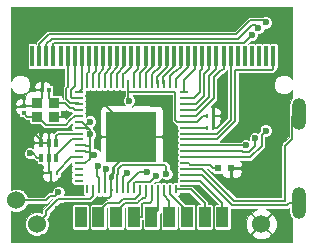
<source format=gtl>
G04 #@! TF.FileFunction,Copper,L1,Top,Signal*
%FSLAX46Y46*%
G04 Gerber Fmt 4.6, Leading zero omitted, Abs format (unit mm)*
G04 Created by KiCad (PCBNEW 4.0.5+dfsg1-4) date Mon Jul 30 14:02:08 2018*
%MOMM*%
%LPD*%
G01*
G04 APERTURE LIST*
%ADD10C,0.100000*%
%ADD11R,0.310000X1.750000*%
%ADD12R,0.300000X0.700000*%
%ADD13R,0.350000X0.300000*%
%ADD14R,0.300000X0.350000*%
%ADD15R,0.280000X0.430000*%
%ADD16R,0.950000X0.850000*%
%ADD17R,0.600000X0.500000*%
%ADD18R,0.985000X1.750000*%
%ADD19O,0.800000X0.250000*%
%ADD20O,0.250000X0.800000*%
%ADD21R,4.250000X4.250000*%
%ADD22O,1.200000X2.700000*%
%ADD23C,1.524000*%
%ADD24C,0.600000*%
%ADD25C,0.177800*%
G04 APERTURE END LIST*
D10*
D11*
X99200000Y-70200000D03*
X99800000Y-70200000D03*
X100400000Y-70200000D03*
X101000000Y-70200000D03*
X101600000Y-70200000D03*
X102200000Y-70200000D03*
X102800000Y-70200000D03*
X103400000Y-70200000D03*
X104000000Y-70200000D03*
X104600000Y-70200000D03*
X105200000Y-70200000D03*
X105800000Y-70200000D03*
X106400000Y-70200000D03*
X107000000Y-70200000D03*
X107600000Y-70200000D03*
X108200000Y-70200000D03*
X108800000Y-70200000D03*
X109400000Y-70200000D03*
X110000000Y-70200000D03*
X110600000Y-70200000D03*
X111200000Y-70200000D03*
X111800000Y-70200000D03*
X112400000Y-70200000D03*
X113000000Y-70200000D03*
X113600000Y-70200000D03*
X114200000Y-70200000D03*
X114800000Y-70200000D03*
X115400000Y-70200000D03*
X116000000Y-70200000D03*
X116600000Y-70200000D03*
X117200000Y-70200000D03*
X117800000Y-70200000D03*
X118400000Y-70200000D03*
X119000000Y-70200000D03*
X119600000Y-70200000D03*
D12*
X99973200Y-78780000D03*
X100613200Y-78780000D03*
X101253200Y-78780000D03*
X101253200Y-77530000D03*
X100613200Y-77530000D03*
X99973200Y-77530000D03*
D13*
X98479600Y-74996000D03*
X98479600Y-74436000D03*
D14*
X100613200Y-73039600D03*
X100053200Y-73039600D03*
D15*
X101273600Y-80050000D03*
X100753600Y-80050000D03*
X113993000Y-76240000D03*
X114513000Y-76240000D03*
X113993000Y-75224000D03*
X114513000Y-75224000D03*
D16*
X101070400Y-74157200D03*
X99620400Y-74157200D03*
X99620400Y-75307200D03*
X101070400Y-75307200D03*
D17*
X114973000Y-79669000D03*
X116073000Y-79669000D03*
D18*
X103300000Y-83800000D03*
X104800000Y-83800000D03*
X106300000Y-83800000D03*
X107800000Y-83800000D03*
X109300000Y-83800000D03*
X110800000Y-83800000D03*
X112300000Y-83800000D03*
X113800000Y-83800000D03*
X115300000Y-83800000D03*
D19*
X112075000Y-80750000D03*
X112075000Y-80250000D03*
X112075000Y-79750000D03*
X112075000Y-79250000D03*
X112075000Y-78750000D03*
X112075000Y-78250000D03*
X112075000Y-77750000D03*
X112075000Y-77250000D03*
X112075000Y-76750000D03*
X112075000Y-76250000D03*
X112075000Y-75750000D03*
X112075000Y-75250000D03*
X112075000Y-74750000D03*
X112075000Y-74250000D03*
X112075000Y-73750000D03*
X112075000Y-73250000D03*
D20*
X111350000Y-72525000D03*
X110850000Y-72525000D03*
X110350000Y-72525000D03*
X109850000Y-72525000D03*
X109350000Y-72525000D03*
X108850000Y-72525000D03*
X108350000Y-72525000D03*
X107850000Y-72525000D03*
X107350000Y-72525000D03*
X106850000Y-72525000D03*
X106350000Y-72525000D03*
X105850000Y-72525000D03*
X105350000Y-72525000D03*
X104850000Y-72525000D03*
X104350000Y-72525000D03*
X103850000Y-72525000D03*
D19*
X103125000Y-73250000D03*
X103125000Y-73750000D03*
X103125000Y-74250000D03*
X103125000Y-74750000D03*
X103125000Y-75250000D03*
X103125000Y-75750000D03*
X103125000Y-76250000D03*
X103125000Y-76750000D03*
X103125000Y-77250000D03*
X103125000Y-77750000D03*
X103125000Y-78250000D03*
X103125000Y-78750000D03*
X103125000Y-79250000D03*
X103125000Y-79750000D03*
X103125000Y-80250000D03*
X103125000Y-80750000D03*
D20*
X103850000Y-81475000D03*
X104350000Y-81475000D03*
X104850000Y-81475000D03*
X105350000Y-81475000D03*
X105850000Y-81475000D03*
X106350000Y-81475000D03*
X106850000Y-81475000D03*
X107350000Y-81475000D03*
X107850000Y-81475000D03*
X108350000Y-81475000D03*
X108850000Y-81475000D03*
X109350000Y-81475000D03*
X109850000Y-81475000D03*
X110350000Y-81475000D03*
X110850000Y-81475000D03*
X111350000Y-81475000D03*
D21*
X107600000Y-77000000D03*
D22*
X121800000Y-82600000D03*
X121800000Y-75100000D03*
D23*
X99600000Y-84400000D03*
X97870000Y-82400000D03*
X118600000Y-84400000D03*
D24*
X104140000Y-67564000D03*
X101346000Y-67564000D03*
X101346000Y-72136000D03*
X108966000Y-75692000D03*
X108966000Y-76962000D03*
X108966000Y-78486000D03*
X116840000Y-83820000D03*
X117094000Y-85344000D03*
X110998000Y-85344000D03*
X108458000Y-85344000D03*
X105664000Y-85344000D03*
X101854000Y-85344000D03*
X97790000Y-70612000D03*
X97790000Y-68072000D03*
X120650000Y-70358000D03*
X120650000Y-67056000D03*
X119888000Y-66294000D03*
X117602000Y-66294000D03*
X113284000Y-66294000D03*
X110490000Y-66294000D03*
X117856000Y-79502000D03*
X108966000Y-74168000D03*
X110490000Y-74422000D03*
X110744000Y-78486000D03*
X110744000Y-76962000D03*
X104902000Y-73914000D03*
X120396000Y-74422000D03*
X120142000Y-76708000D03*
X119380000Y-78994000D03*
X119380000Y-81280000D03*
X117602000Y-73660000D03*
X117595000Y-75438000D03*
X116793000Y-81320000D03*
X107268000Y-66715000D03*
X102696000Y-66334000D03*
X101426000Y-83098000D03*
X98632000Y-66715000D03*
X111459000Y-67604000D03*
X99775000Y-80050000D03*
X106125000Y-77637000D03*
X106760000Y-75351000D03*
X115142000Y-67477000D03*
X116031000Y-77002000D03*
X98759000Y-76875000D03*
X100156000Y-72049000D03*
X101870519Y-75085707D03*
X115269000Y-74135200D03*
X115269000Y-72430000D03*
X107600000Y-77000000D03*
X105484146Y-79783034D03*
X108919000Y-80010000D03*
X107395000Y-73954000D03*
X110570000Y-80177000D03*
X107188000Y-80068700D03*
X101426000Y-81701000D03*
X104753400Y-79516600D03*
X118970552Y-67335422D03*
X118974981Y-76489728D03*
X118358989Y-67816011D03*
X118063000Y-77129000D03*
X117809000Y-68366000D03*
X117301000Y-77750000D03*
X99013000Y-78399000D03*
X104093000Y-76821200D03*
X104093000Y-75732000D03*
X104474000Y-78526000D03*
X109681000Y-80304000D03*
D25*
X102102680Y-72908412D02*
X102200000Y-72811092D01*
X102200000Y-72811092D02*
X102200000Y-70200000D01*
X103125000Y-74250000D02*
X103125000Y-74169000D01*
X103125000Y-74169000D02*
X103097710Y-74141710D01*
X103097710Y-74141710D02*
X102436002Y-74141710D01*
X102436002Y-74141710D02*
X102102680Y-73808388D01*
X102102680Y-73808388D02*
X102102680Y-72908412D01*
X102458290Y-73055710D02*
X102800000Y-72714000D01*
X102800000Y-72714000D02*
X102800000Y-70200000D01*
X103125000Y-73750000D02*
X102547200Y-73750000D01*
X102547200Y-73750000D02*
X102458290Y-73661090D01*
X102458290Y-73661090D02*
X102458290Y-73055710D01*
X103400000Y-70200000D02*
X103400000Y-72975000D01*
X103400000Y-72975000D02*
X103125000Y-73250000D01*
X104000000Y-70200000D02*
X104000000Y-71507000D01*
X103850000Y-71657000D02*
X103850000Y-72525000D01*
X104000000Y-71507000D02*
X103850000Y-71657000D01*
X104600000Y-70200000D02*
X104600000Y-71415000D01*
X104350000Y-71665000D02*
X104350000Y-72525000D01*
X104600000Y-71415000D02*
X104350000Y-71665000D01*
X105200000Y-70200000D02*
X105200000Y-71317898D01*
X104850000Y-71667898D02*
X104850000Y-72525000D01*
X105200000Y-71317898D02*
X104850000Y-71667898D01*
X105800000Y-70200000D02*
X105800000Y-71220796D01*
X105350000Y-71670796D02*
X105350000Y-72525000D01*
X105800000Y-71220796D02*
X105350000Y-71670796D01*
X106400000Y-70200000D02*
X106400000Y-71123694D01*
X105850000Y-71673694D02*
X105850000Y-72525000D01*
X106400000Y-71123694D02*
X105850000Y-71673694D01*
X107000000Y-70200000D02*
X107000000Y-71026592D01*
X107000000Y-71026592D02*
X106350000Y-71676592D01*
X106350000Y-71676592D02*
X106350000Y-72525000D01*
X107600000Y-70200000D02*
X107600000Y-71082000D01*
X106850000Y-71679490D02*
X106850000Y-72525000D01*
X106937745Y-71591745D02*
X106850000Y-71679490D01*
X107090255Y-71591745D02*
X106937745Y-71591745D01*
X107600000Y-71082000D02*
X107090255Y-71591745D01*
X108200000Y-70200000D02*
X108200000Y-71244000D01*
X107850000Y-71594000D02*
X107850000Y-72525000D01*
X108200000Y-71244000D02*
X107850000Y-71594000D01*
X108800000Y-70200000D02*
X108800000Y-71152000D01*
X108350000Y-71602000D02*
X108350000Y-72525000D01*
X108800000Y-71152000D02*
X108350000Y-71602000D01*
X109400000Y-70200000D02*
X109400000Y-71060000D01*
X109400000Y-71060000D02*
X108850000Y-71610000D01*
X108850000Y-71610000D02*
X108850000Y-72525000D01*
X110000000Y-70200000D02*
X110000000Y-71095000D01*
X109350000Y-71745000D02*
X109350000Y-72525000D01*
X110000000Y-71095000D02*
X109350000Y-71745000D01*
X110600000Y-70200000D02*
X110600000Y-71130000D01*
X109808000Y-71922000D02*
X109808000Y-72483000D01*
X110600000Y-71130000D02*
X109808000Y-71922000D01*
X109808000Y-72483000D02*
X109850000Y-72525000D01*
X111200000Y-70200000D02*
X111200000Y-71032898D01*
X111200000Y-71032898D02*
X110951000Y-71281898D01*
X110951000Y-71281898D02*
X110313449Y-71919449D01*
X110313449Y-71919449D02*
X110313449Y-72488449D01*
X110313449Y-72488449D02*
X110350000Y-72525000D01*
X111800000Y-70200000D02*
X111800000Y-71073000D01*
X111800000Y-71073000D02*
X111400602Y-71472398D01*
X111400602Y-71472398D02*
X111273602Y-71472398D01*
X111273602Y-71472398D02*
X110850000Y-71896000D01*
X110850000Y-71896000D02*
X110850000Y-72525000D01*
X112400000Y-70200000D02*
X112400000Y-71108000D01*
X112400000Y-71108000D02*
X111350000Y-72158000D01*
X111350000Y-72158000D02*
X111350000Y-72525000D01*
X113000000Y-70200000D02*
X113000000Y-71252800D01*
X113000000Y-71252800D02*
X112075000Y-72177800D01*
X112075000Y-72177800D02*
X112075000Y-73250000D01*
X113600000Y-70200000D02*
X113600000Y-71252800D01*
X113600000Y-71252800D02*
X113421701Y-71431099D01*
X113421701Y-71431099D02*
X113421701Y-73261299D01*
X113421701Y-73261299D02*
X112933000Y-73750000D01*
X112933000Y-73750000D02*
X112075000Y-73750000D01*
X113600000Y-70200000D02*
X113600000Y-70670000D01*
X113777311Y-73540689D02*
X113068000Y-74250000D01*
X113068000Y-74250000D02*
X112075000Y-74250000D01*
X114200000Y-70200000D02*
X114200000Y-71252800D01*
X113777311Y-71675489D02*
X113777311Y-73540689D01*
X114200000Y-71252800D02*
X113777311Y-71675489D01*
X114800000Y-70200000D02*
X114800000Y-71248000D01*
X114800000Y-71248000D02*
X114132921Y-71915079D01*
X114132921Y-71915079D02*
X114132920Y-73687988D01*
X114132920Y-73687988D02*
X113070908Y-74750000D01*
X113070908Y-74750000D02*
X112075000Y-74750000D01*
X112075000Y-75250000D02*
X113073816Y-75250000D01*
X113073816Y-75250000D02*
X114558719Y-73765097D01*
X114558719Y-73765097D02*
X114558719Y-71992189D01*
X114558719Y-71992189D02*
X115155610Y-71395298D01*
X115155610Y-71395298D02*
X115257502Y-71395298D01*
X115257502Y-71395298D02*
X115400000Y-71252800D01*
X115400000Y-71252800D02*
X115400000Y-70200000D01*
X112075000Y-76750000D02*
X114828062Y-76750000D01*
X114828062Y-76750000D02*
X116000000Y-75578062D01*
X116000000Y-75578062D02*
X116000000Y-71252800D01*
X116000000Y-71252800D02*
X116000000Y-70200000D01*
X120763562Y-82810438D02*
X120974000Y-82600000D01*
X120974000Y-82600000D02*
X121800000Y-82600000D01*
X116158000Y-82810438D02*
X120763562Y-82810438D01*
X112075000Y-80250000D02*
X113597562Y-80250000D01*
X113597562Y-80250000D02*
X116158000Y-82810438D01*
X121800000Y-81850000D02*
X121800000Y-82600000D01*
X121238000Y-75224000D02*
X121676000Y-75224000D01*
X121676000Y-75224000D02*
X121800000Y-75100000D01*
X121238000Y-77189800D02*
X121238000Y-75224000D01*
X120616264Y-82454828D02*
X120616264Y-77811536D01*
X120616264Y-77811536D02*
X121238000Y-77189800D01*
X116305298Y-82454828D02*
X120616264Y-82454828D01*
X112075000Y-79750000D02*
X113600470Y-79750000D01*
X113600470Y-79750000D02*
X116305298Y-82454828D01*
X104800000Y-83800000D02*
X104800000Y-83417500D01*
X105559201Y-82658299D02*
X106556293Y-82658299D01*
X104800000Y-83417500D02*
X105559201Y-82658299D01*
X106556293Y-82658299D02*
X106911903Y-82302689D01*
X108350000Y-81896622D02*
X108350000Y-81475000D01*
X106911903Y-82302689D02*
X107943933Y-82302689D01*
X107943933Y-82302689D02*
X108350000Y-81896622D01*
X108350000Y-81475000D02*
X108350000Y-81803961D01*
X104800000Y-84182500D02*
X104800000Y-83800000D01*
X108850000Y-81475000D02*
X108850000Y-82052800D01*
X108712000Y-82190800D02*
X108558730Y-82190800D01*
X108558730Y-82190800D02*
X108182391Y-82567139D01*
X108850000Y-82052800D02*
X108712000Y-82190800D01*
X108182391Y-82567139D02*
X108182391Y-82571609D01*
X107059201Y-82658299D02*
X106300000Y-83417500D01*
X108182391Y-82571609D02*
X108095701Y-82658299D01*
X108095701Y-82658299D02*
X107059201Y-82658299D01*
X106300000Y-83417500D02*
X106300000Y-83800000D01*
X109104701Y-82658299D02*
X108594139Y-82658299D01*
X108594139Y-82658299D02*
X108538000Y-82714438D01*
X108538000Y-82714438D02*
X108538000Y-83732300D01*
X109350000Y-82413000D02*
X109249200Y-82513800D01*
X109249200Y-82513800D02*
X109173000Y-82590000D01*
X109104701Y-82658299D02*
X109249200Y-82513800D01*
X107800000Y-83800000D02*
X108470300Y-83800000D01*
X108470300Y-83800000D02*
X108538000Y-83732300D01*
X109350000Y-81475000D02*
X109350000Y-82413000D01*
X109850000Y-81475000D02*
X109850000Y-83250000D01*
X109850000Y-83250000D02*
X109300000Y-83800000D01*
X109350000Y-83750000D02*
X109300000Y-83800000D01*
X109300000Y-83800000D02*
X109300000Y-83098000D01*
X110800000Y-83800000D02*
X110800000Y-82439000D01*
X110350000Y-81989000D02*
X110350000Y-81475000D01*
X110800000Y-82439000D02*
X110350000Y-81989000D01*
X110850000Y-81475000D02*
X110850000Y-81854000D01*
X110850000Y-81854000D02*
X112300000Y-83304000D01*
X112300000Y-83304000D02*
X112300000Y-83800000D01*
X111350000Y-81475000D02*
X112630000Y-81475000D01*
X113800000Y-82645000D02*
X113800000Y-83800000D01*
X112630000Y-81475000D02*
X113800000Y-82645000D01*
X112075000Y-80750000D02*
X113429000Y-80750000D01*
X115300000Y-82621000D02*
X115300000Y-83800000D01*
X113429000Y-80750000D02*
X115300000Y-82621000D01*
X115570000Y-75500800D02*
X115570000Y-74436200D01*
X115570000Y-74436200D02*
X115269000Y-74135200D01*
X114513000Y-76240000D02*
X114830800Y-76240000D01*
X114830800Y-76240000D02*
X115570000Y-75500800D01*
X100484511Y-76354511D02*
X99822000Y-76354511D01*
X99822000Y-76354511D02*
X99279489Y-76354511D01*
X99973200Y-77530000D02*
X99973200Y-77002200D01*
X99973200Y-77002200D02*
X99822000Y-76851000D01*
X99822000Y-76851000D02*
X99822000Y-76354511D01*
X100584000Y-76723708D02*
X100584000Y-76454000D01*
X100584000Y-76454000D02*
X100484511Y-76354511D01*
X99058999Y-76575001D02*
X98759000Y-76875000D01*
X99279489Y-76354511D02*
X99058999Y-76575001D01*
X100613200Y-77530000D02*
X100613200Y-76752908D01*
X100613200Y-76752908D02*
X100584000Y-76723708D01*
X105850000Y-80255898D02*
X106050847Y-80055051D01*
X106050847Y-80055051D02*
X106050847Y-79623153D01*
X105850000Y-81475000D02*
X105850000Y-80255898D01*
X107600000Y-77000000D02*
X107600000Y-78074000D01*
X107600000Y-78074000D02*
X106050847Y-79623153D01*
X105850000Y-78750000D02*
X107600000Y-77000000D01*
X102696000Y-66334000D02*
X101466000Y-67564000D01*
X101466000Y-67564000D02*
X101346000Y-67564000D01*
X100156000Y-72049000D02*
X101259000Y-72049000D01*
X101259000Y-72049000D02*
X101346000Y-72136000D01*
X108966000Y-76962000D02*
X108966000Y-75692000D01*
X108966000Y-76962000D02*
X107638000Y-76962000D01*
X107638000Y-76962000D02*
X107600000Y-77000000D01*
X104902000Y-73914000D02*
X106339000Y-75351000D01*
X106339000Y-75351000D02*
X106760000Y-75351000D01*
X110998000Y-85344000D02*
X117094000Y-85344000D01*
X105664000Y-85344000D02*
X108458000Y-85344000D01*
X101426000Y-83098000D02*
X101426000Y-84916000D01*
X101426000Y-84916000D02*
X101854000Y-85344000D01*
X98632000Y-66715000D02*
X98632000Y-67230000D01*
X98632000Y-67230000D02*
X97790000Y-68072000D01*
X117602000Y-73660000D02*
X119564689Y-71697311D01*
X119564689Y-71697311D02*
X119658398Y-71697310D01*
X119658398Y-71697310D02*
X120350001Y-71005707D01*
X120350001Y-71005707D02*
X120350001Y-70657999D01*
X120350001Y-70657999D02*
X120650000Y-70358000D01*
X120650000Y-67056000D02*
X120650000Y-70358000D01*
X117602000Y-66294000D02*
X119888000Y-66294000D01*
X110490000Y-66294000D02*
X113284000Y-66294000D01*
X110490000Y-74422000D02*
X109220000Y-74422000D01*
X109220000Y-74422000D02*
X108966000Y-74168000D01*
X110744000Y-76962000D02*
X110744000Y-78486000D01*
X120142000Y-74676000D02*
X120396000Y-74422000D01*
X120142000Y-76708000D02*
X120142000Y-74676000D01*
X116793000Y-81320000D02*
X119340000Y-81320000D01*
X119340000Y-81320000D02*
X119380000Y-81280000D01*
X117595000Y-75438000D02*
X117595000Y-73667000D01*
X117595000Y-73667000D02*
X117602000Y-73660000D01*
X102696000Y-66334000D02*
X106887000Y-66334000D01*
X106887000Y-66334000D02*
X107268000Y-66715000D01*
X98632000Y-66715000D02*
X102315000Y-66715000D01*
X102315000Y-66715000D02*
X102696000Y-66334000D01*
X97743000Y-74462000D02*
X97743000Y-75859000D01*
X97743000Y-75859000D02*
X98759000Y-76875000D01*
X98100800Y-74462000D02*
X97743000Y-74462000D01*
X98479600Y-74436000D02*
X98126800Y-74436000D01*
X98126800Y-74436000D02*
X98100800Y-74462000D01*
X116073000Y-79669000D02*
X116073000Y-80600000D01*
X116073000Y-80600000D02*
X116793000Y-81320000D01*
X107600000Y-78326092D02*
X107600000Y-77000000D01*
X100053200Y-73039600D02*
X100053200Y-72151800D01*
X100053200Y-72151800D02*
X100156000Y-72049000D01*
X99973200Y-77530000D02*
X99973200Y-77330000D01*
X99973200Y-77330000D02*
X99518200Y-76875000D01*
X99518200Y-76875000D02*
X99140000Y-76875000D01*
X107268000Y-66715000D02*
X110570000Y-66715000D01*
X110570000Y-66715000D02*
X111459000Y-67604000D01*
X116073000Y-77044000D02*
X116031000Y-77002000D01*
X105850000Y-82052800D02*
X105693800Y-82209000D01*
X105693800Y-82209000D02*
X104696708Y-82209000D01*
X104696708Y-82209000D02*
X104247409Y-82658299D01*
X104247409Y-82658299D02*
X101865701Y-82658299D01*
X101865701Y-82658299D02*
X101426000Y-83098000D01*
X105850000Y-81475000D02*
X105850000Y-82052800D01*
X107600000Y-78109792D02*
X107600000Y-77000000D01*
X99775000Y-80050000D02*
X100753600Y-80050000D01*
X98759000Y-76875000D02*
X99140000Y-76875000D01*
X98479600Y-74436000D02*
X98504600Y-74436000D01*
X101070400Y-75307200D02*
X101649026Y-75307200D01*
X101649026Y-75307200D02*
X101870519Y-75085707D01*
X98479600Y-74436000D02*
X99341600Y-74436000D01*
X99341600Y-74436000D02*
X99620400Y-74157200D01*
X99973200Y-77530000D02*
X100613200Y-77530000D01*
X100613200Y-78780000D02*
X100613200Y-77530000D01*
X100053200Y-73039600D02*
X100053200Y-73724400D01*
X100053200Y-73724400D02*
X99620400Y-74157200D01*
X100613200Y-78780000D02*
X100613200Y-79909600D01*
X100613200Y-79909600D02*
X100753600Y-80050000D01*
X114533000Y-75224000D02*
X114533000Y-74871200D01*
X115269000Y-74135200D02*
X115269000Y-72854264D01*
X115269000Y-72854264D02*
X115269000Y-72430000D01*
X114533000Y-76240000D02*
X114533000Y-75224000D01*
X107350000Y-81475000D02*
X107350000Y-80894292D01*
X107350000Y-80894292D02*
X108234292Y-80010000D01*
X108234292Y-80010000D02*
X108494736Y-80010000D01*
X108494736Y-80010000D02*
X108919000Y-80010000D01*
X105350000Y-81475000D02*
X105350000Y-79917180D01*
X105350000Y-79917180D02*
X105484146Y-79783034D01*
X112075000Y-75750000D02*
X111497200Y-75750000D01*
X111497200Y-75750000D02*
X111332000Y-75584800D01*
X111332000Y-75584800D02*
X111332000Y-73335961D01*
X111332000Y-73335961D02*
X111187749Y-73191710D01*
X111187749Y-73191710D02*
X107438910Y-73191710D01*
X107438910Y-73191710D02*
X107350000Y-73102800D01*
X107350000Y-73102800D02*
X107350000Y-73909000D01*
X107350000Y-73909000D02*
X107395000Y-73954000D01*
X112983000Y-75750000D02*
X113076724Y-75750000D01*
X113119200Y-75750000D02*
X113645200Y-75224000D01*
X112075000Y-75750000D02*
X112983000Y-75750000D01*
X112983000Y-75750000D02*
X113119200Y-75750000D01*
X113645200Y-75224000D02*
X113973000Y-75224000D01*
X107350000Y-73102800D02*
X107350000Y-72525000D01*
X112093000Y-75732000D02*
X112075000Y-75750000D01*
X106350000Y-81475000D02*
X106350000Y-80258806D01*
X106350000Y-80258806D02*
X106426000Y-80182806D01*
X106426000Y-80182806D02*
X106426000Y-79750908D01*
X106426000Y-79750908D02*
X106766185Y-79410723D01*
X106766185Y-79410723D02*
X107037299Y-79410723D01*
X107037299Y-79410723D02*
X107037299Y-79391701D01*
X110570000Y-79542000D02*
X110570000Y-80177000D01*
X107037299Y-79391701D02*
X110419701Y-79391701D01*
X110419701Y-79391701D02*
X110570000Y-79542000D01*
X106850000Y-81475000D02*
X106850000Y-80406700D01*
X106850000Y-80406700D02*
X107188000Y-80068700D01*
X104350000Y-81475000D02*
X104350000Y-82052800D01*
X104350000Y-82052800D02*
X104100111Y-82302689D01*
X104100111Y-82302689D02*
X101382593Y-82302689D01*
X101382593Y-82302689D02*
X100361999Y-83323283D01*
X100361999Y-83323283D02*
X100361999Y-83638001D01*
X100361999Y-83638001D02*
X99600000Y-84400000D01*
X101426000Y-81701000D02*
X101126001Y-82000999D01*
X101126001Y-82000999D02*
X100746001Y-82000999D01*
X100746001Y-82000999D02*
X100347000Y-82400000D01*
X100347000Y-82400000D02*
X97870000Y-82400000D01*
X104850000Y-81475000D02*
X104850000Y-80506218D01*
X104850000Y-80506218D02*
X104716599Y-80372817D01*
X104716599Y-80372817D02*
X104716599Y-79553401D01*
X104716599Y-79553401D02*
X104753400Y-79516600D01*
X112075000Y-78750000D02*
X117642626Y-78750000D01*
X117642626Y-78750000D02*
X118629701Y-77762925D01*
X118629701Y-77762925D02*
X118629701Y-76835008D01*
X118629701Y-76835008D02*
X118974981Y-76489728D01*
X117672971Y-67160403D02*
X116486294Y-68347080D01*
X116486294Y-68347080D02*
X100600120Y-68347080D01*
X100600120Y-68347080D02*
X99800000Y-69147200D01*
X99800000Y-69147200D02*
X99800000Y-70200000D01*
X118970552Y-67335422D02*
X118795532Y-67160402D01*
X118795532Y-67160402D02*
X117672971Y-67160403D01*
X99775000Y-70225000D02*
X99800000Y-70200000D01*
X112075000Y-78250000D02*
X116962282Y-78250000D01*
X116962282Y-78250000D02*
X117028983Y-78316701D01*
X117028983Y-78316701D02*
X117573017Y-78316701D01*
X117573017Y-78316701D02*
X118063000Y-77826718D01*
X118063000Y-77826718D02*
X118063000Y-77553264D01*
X118063000Y-77553264D02*
X118063000Y-77129000D01*
X118358989Y-67816011D02*
X118058990Y-67516012D01*
X118058990Y-67516012D02*
X117820270Y-67516012D01*
X117820270Y-67516012D02*
X116633592Y-68702690D01*
X116633592Y-68702690D02*
X100844510Y-68702690D01*
X100844510Y-68702690D02*
X100400000Y-69147200D01*
X100400000Y-69147200D02*
X100400000Y-70200000D01*
X100410000Y-70210000D02*
X100400000Y-70200000D01*
X112075000Y-77750000D02*
X117301000Y-77750000D01*
X117809000Y-68366000D02*
X117116701Y-69058299D01*
X117116701Y-69058299D02*
X101088901Y-69058299D01*
X101088901Y-69058299D02*
X101000000Y-69147200D01*
X101000000Y-69147200D02*
X101000000Y-70200000D01*
X101045000Y-70245000D02*
X101000000Y-70200000D01*
X112075000Y-76250000D02*
X113963000Y-76250000D01*
X113963000Y-76250000D02*
X113973000Y-76240000D01*
X112075000Y-77250000D02*
X114830970Y-77250000D01*
X116357299Y-71341701D02*
X119511099Y-71341701D01*
X114830970Y-77250000D02*
X116355610Y-75725360D01*
X116355610Y-75725360D02*
X116355610Y-71343390D01*
X116355610Y-71343390D02*
X116357299Y-71341701D01*
X119511099Y-71341701D02*
X119600000Y-71252800D01*
X119600000Y-71252800D02*
X119600000Y-70200000D01*
X112075000Y-79250000D02*
X112437000Y-79250000D01*
X112437000Y-79250000D02*
X112581390Y-79394390D01*
X112581390Y-79394390D02*
X114220590Y-79394390D01*
X114220590Y-79394390D02*
X114495200Y-79669000D01*
X114495200Y-79669000D02*
X114973000Y-79669000D01*
X101424000Y-76750000D02*
X101253200Y-76920800D01*
X101253200Y-76920800D02*
X101253200Y-77530000D01*
X103125000Y-76750000D02*
X101424000Y-76750000D01*
X101253200Y-78780000D02*
X101253200Y-78544000D01*
X101253200Y-78544000D02*
X102547200Y-77250000D01*
X102547200Y-77250000D02*
X103125000Y-77250000D01*
X99264400Y-78399000D02*
X99013000Y-78399000D01*
X99973200Y-78780000D02*
X99645400Y-78780000D01*
X99645400Y-78780000D02*
X99264400Y-78399000D01*
X101273600Y-80050000D02*
X101273600Y-79975000D01*
X101273600Y-79975000D02*
X102498600Y-78750000D01*
X102498600Y-78750000D02*
X102547200Y-78750000D01*
X102547200Y-78750000D02*
X103125000Y-78750000D01*
X101070400Y-74157200D02*
X101948584Y-74157200D01*
X101948584Y-74157200D02*
X102396994Y-74605610D01*
X102396994Y-74605610D02*
X102651649Y-74605610D01*
X102651649Y-74605610D02*
X102796039Y-74750000D01*
X102796039Y-74750000D02*
X103125000Y-74750000D01*
X100613200Y-73039600D02*
X100613200Y-73700000D01*
X100613200Y-73700000D02*
X101070400Y-74157200D01*
X103125000Y-75250000D02*
X102796039Y-75250000D01*
X102796039Y-75250000D02*
X102442000Y-75604039D01*
X102442000Y-75604039D02*
X102442000Y-75605000D01*
X102442000Y-75605000D02*
X102048099Y-75998901D01*
X102048099Y-75998901D02*
X100362101Y-75998901D01*
X100362101Y-75998901D02*
X99670400Y-75307200D01*
X99670400Y-75307200D02*
X99620400Y-75307200D01*
X99620400Y-75307200D02*
X98790800Y-75307200D01*
X98790800Y-75307200D02*
X98479600Y-74996000D01*
X104093000Y-76443000D02*
X104093000Y-76821200D01*
X104017000Y-76367000D02*
X103839000Y-76189000D01*
X103839000Y-76189000D02*
X103400000Y-75750000D01*
X104093000Y-75732000D02*
X103793001Y-76031999D01*
X103793001Y-76031999D02*
X103793001Y-76143001D01*
X103793001Y-76143001D02*
X103839000Y-76189000D01*
X104093000Y-78859800D02*
X104093000Y-78526000D01*
X104093000Y-78526000D02*
X104093000Y-78272000D01*
X104474000Y-78526000D02*
X104093000Y-78526000D01*
X104093000Y-78272000D02*
X104093000Y-77764000D01*
X104093000Y-77764000D02*
X104093000Y-76443000D01*
X103125000Y-77750000D02*
X103702800Y-77750000D01*
X103702800Y-77750000D02*
X103716800Y-77764000D01*
X103716800Y-77764000D02*
X104093000Y-77764000D01*
X103724800Y-78272000D02*
X104093000Y-78272000D01*
X103125000Y-78250000D02*
X103702800Y-78250000D01*
X103702800Y-78250000D02*
X103724800Y-78272000D01*
X104093000Y-76443000D02*
X104017000Y-76367000D01*
X103125000Y-76250000D02*
X103702800Y-76250000D01*
X103702800Y-76250000D02*
X103819800Y-76367000D01*
X103819800Y-76367000D02*
X104017000Y-76367000D01*
X103400000Y-75750000D02*
X103125000Y-75750000D01*
X103125000Y-79250000D02*
X103702800Y-79250000D01*
X103702800Y-79250000D02*
X104093000Y-78859800D01*
X107850000Y-81475000D02*
X107850000Y-80897200D01*
X107850000Y-80897200D02*
X107938910Y-80808290D01*
X107938910Y-80808290D02*
X109176710Y-80808290D01*
X109176710Y-80808290D02*
X109681000Y-80304000D01*
X107850000Y-81475000D02*
X107804000Y-81475000D01*
D10*
G36*
X114923857Y-82692738D02*
X114807500Y-82692738D01*
X114723083Y-82708622D01*
X114645550Y-82758513D01*
X114593537Y-82834637D01*
X114575238Y-82925000D01*
X114575238Y-84675000D01*
X114591122Y-84759417D01*
X114641013Y-84836950D01*
X114717137Y-84888963D01*
X114807500Y-84907262D01*
X115792500Y-84907262D01*
X115876917Y-84891378D01*
X115954450Y-84841487D01*
X116006463Y-84765363D01*
X116024762Y-84675000D01*
X116024762Y-84658501D01*
X117287511Y-84658501D01*
X117486342Y-85141092D01*
X117489142Y-85145282D01*
X117716709Y-85212580D01*
X118529289Y-84400000D01*
X118670711Y-84400000D01*
X119483291Y-85212580D01*
X119710858Y-85145282D01*
X119911506Y-84663444D01*
X119912489Y-84141499D01*
X119713658Y-83658908D01*
X119710858Y-83654718D01*
X119483291Y-83587420D01*
X118670711Y-84400000D01*
X118529289Y-84400000D01*
X117716709Y-83587420D01*
X117489142Y-83654718D01*
X117288494Y-84136556D01*
X117287511Y-84658501D01*
X116024762Y-84658501D01*
X116024762Y-83094985D01*
X116036804Y-83103031D01*
X116158000Y-83127138D01*
X118245319Y-83127138D01*
X117858908Y-83286342D01*
X117854718Y-83289142D01*
X117787420Y-83516709D01*
X118600000Y-84329289D01*
X119412580Y-83516709D01*
X119345282Y-83289142D01*
X118956244Y-83127138D01*
X120763562Y-83127138D01*
X120884758Y-83103031D01*
X120972200Y-83044604D01*
X120972200Y-83380911D01*
X121035213Y-83697696D01*
X121188000Y-83926359D01*
X121188000Y-85969000D01*
X97412000Y-85969000D01*
X97412000Y-83281561D01*
X97672253Y-83389627D01*
X98066020Y-83389971D01*
X98429944Y-83239601D01*
X98708622Y-82961409D01*
X98810234Y-82716700D01*
X100347000Y-82716700D01*
X100468196Y-82692593D01*
X100570941Y-82623941D01*
X100877182Y-82317699D01*
X100919701Y-82317699D01*
X100138058Y-83099342D01*
X100069406Y-83202087D01*
X100045299Y-83323283D01*
X100045299Y-83506820D01*
X100040815Y-83511303D01*
X99797747Y-83410373D01*
X99403980Y-83410029D01*
X99040056Y-83560399D01*
X98761378Y-83838591D01*
X98610373Y-84202253D01*
X98610029Y-84596020D01*
X98760399Y-84959944D01*
X99038591Y-85238622D01*
X99402253Y-85389627D01*
X99796020Y-85389971D01*
X100054205Y-85283291D01*
X117787420Y-85283291D01*
X117854718Y-85510858D01*
X118336556Y-85711506D01*
X118858501Y-85712489D01*
X119341092Y-85513658D01*
X119345282Y-85510858D01*
X119412580Y-85283291D01*
X118600000Y-84470711D01*
X117787420Y-85283291D01*
X100054205Y-85283291D01*
X100159944Y-85239601D01*
X100438622Y-84961409D01*
X100589627Y-84597747D01*
X100589971Y-84203980D01*
X100488787Y-83959095D01*
X100585937Y-83861944D01*
X100585940Y-83861942D01*
X100654592Y-83759197D01*
X100678699Y-83638001D01*
X100678699Y-83454465D01*
X101208164Y-82925000D01*
X102575238Y-82925000D01*
X102575238Y-84675000D01*
X102591122Y-84759417D01*
X102641013Y-84836950D01*
X102717137Y-84888963D01*
X102807500Y-84907262D01*
X103792500Y-84907262D01*
X103876917Y-84891378D01*
X103954450Y-84841487D01*
X104006463Y-84765363D01*
X104024762Y-84675000D01*
X104024762Y-82925000D01*
X104008878Y-82840583D01*
X103958987Y-82763050D01*
X103882863Y-82711037D01*
X103792500Y-82692738D01*
X102807500Y-82692738D01*
X102723083Y-82708622D01*
X102645550Y-82758513D01*
X102593537Y-82834637D01*
X102575238Y-82925000D01*
X101208164Y-82925000D01*
X101513775Y-82619389D01*
X104100111Y-82619389D01*
X104221307Y-82595282D01*
X104324052Y-82526630D01*
X104573938Y-82276743D01*
X104573941Y-82276741D01*
X104642593Y-82173996D01*
X104666142Y-82055605D01*
X104714989Y-82088244D01*
X104850000Y-82115099D01*
X104985011Y-82088244D01*
X105099467Y-82011766D01*
X105100000Y-82010968D01*
X105100533Y-82011766D01*
X105214989Y-82088244D01*
X105282321Y-82101637D01*
X105408058Y-82262652D01*
X105550556Y-82343319D01*
X105438005Y-82365706D01*
X105335260Y-82434358D01*
X105335258Y-82434361D01*
X105076881Y-82692738D01*
X104307500Y-82692738D01*
X104223083Y-82708622D01*
X104145550Y-82758513D01*
X104093537Y-82834637D01*
X104075238Y-82925000D01*
X104075238Y-84675000D01*
X104091122Y-84759417D01*
X104141013Y-84836950D01*
X104217137Y-84888963D01*
X104307500Y-84907262D01*
X105292500Y-84907262D01*
X105376917Y-84891378D01*
X105454450Y-84841487D01*
X105506463Y-84765363D01*
X105524762Y-84675000D01*
X105524762Y-83140619D01*
X105575238Y-83090143D01*
X105575238Y-84675000D01*
X105591122Y-84759417D01*
X105641013Y-84836950D01*
X105717137Y-84888963D01*
X105807500Y-84907262D01*
X106792500Y-84907262D01*
X106876917Y-84891378D01*
X106954450Y-84841487D01*
X107006463Y-84765363D01*
X107024762Y-84675000D01*
X107024762Y-83140619D01*
X107075238Y-83090143D01*
X107075238Y-84675000D01*
X107091122Y-84759417D01*
X107141013Y-84836950D01*
X107217137Y-84888963D01*
X107307500Y-84907262D01*
X108292500Y-84907262D01*
X108376917Y-84891378D01*
X108454450Y-84841487D01*
X108506463Y-84765363D01*
X108524762Y-84675000D01*
X108524762Y-84105867D01*
X108575238Y-84095827D01*
X108575238Y-84675000D01*
X108591122Y-84759417D01*
X108641013Y-84836950D01*
X108717137Y-84888963D01*
X108807500Y-84907262D01*
X109792500Y-84907262D01*
X109876917Y-84891378D01*
X109954450Y-84841487D01*
X110006463Y-84765363D01*
X110024762Y-84675000D01*
X110024762Y-83523119D01*
X110073938Y-83473943D01*
X110073941Y-83473941D01*
X110075238Y-83472000D01*
X110075238Y-84675000D01*
X110091122Y-84759417D01*
X110141013Y-84836950D01*
X110217137Y-84888963D01*
X110307500Y-84907262D01*
X111292500Y-84907262D01*
X111376917Y-84891378D01*
X111454450Y-84841487D01*
X111506463Y-84765363D01*
X111524762Y-84675000D01*
X111524762Y-82976643D01*
X111575238Y-83027119D01*
X111575238Y-84675000D01*
X111591122Y-84759417D01*
X111641013Y-84836950D01*
X111717137Y-84888963D01*
X111807500Y-84907262D01*
X112792500Y-84907262D01*
X112876917Y-84891378D01*
X112954450Y-84841487D01*
X113006463Y-84765363D01*
X113024762Y-84675000D01*
X113024762Y-82925000D01*
X113008878Y-82840583D01*
X112958987Y-82763050D01*
X112882863Y-82711037D01*
X112792500Y-82692738D01*
X112136619Y-82692738D01*
X111513254Y-82069372D01*
X111599467Y-82011766D01*
X111675945Y-81897310D01*
X111696952Y-81791700D01*
X112498818Y-81791700D01*
X113399856Y-82692738D01*
X113307500Y-82692738D01*
X113223083Y-82708622D01*
X113145550Y-82758513D01*
X113093537Y-82834637D01*
X113075238Y-82925000D01*
X113075238Y-84675000D01*
X113091122Y-84759417D01*
X113141013Y-84836950D01*
X113217137Y-84888963D01*
X113307500Y-84907262D01*
X114292500Y-84907262D01*
X114376917Y-84891378D01*
X114454450Y-84841487D01*
X114506463Y-84765363D01*
X114524762Y-84675000D01*
X114524762Y-82925000D01*
X114508878Y-82840583D01*
X114458987Y-82763050D01*
X114382863Y-82711037D01*
X114292500Y-82692738D01*
X114116700Y-82692738D01*
X114116700Y-82645000D01*
X114092593Y-82523804D01*
X114023941Y-82421059D01*
X112853941Y-81251059D01*
X112751196Y-81182407D01*
X112630000Y-81158300D01*
X111696952Y-81158300D01*
X111681719Y-81081719D01*
X111787701Y-81102800D01*
X112362299Y-81102800D01*
X112497310Y-81075945D01*
X112511146Y-81066700D01*
X113297818Y-81066700D01*
X114923857Y-82692738D01*
X114923857Y-82692738D01*
G37*
X114923857Y-82692738D02*
X114807500Y-82692738D01*
X114723083Y-82708622D01*
X114645550Y-82758513D01*
X114593537Y-82834637D01*
X114575238Y-82925000D01*
X114575238Y-84675000D01*
X114591122Y-84759417D01*
X114641013Y-84836950D01*
X114717137Y-84888963D01*
X114807500Y-84907262D01*
X115792500Y-84907262D01*
X115876917Y-84891378D01*
X115954450Y-84841487D01*
X116006463Y-84765363D01*
X116024762Y-84675000D01*
X116024762Y-84658501D01*
X117287511Y-84658501D01*
X117486342Y-85141092D01*
X117489142Y-85145282D01*
X117716709Y-85212580D01*
X118529289Y-84400000D01*
X118670711Y-84400000D01*
X119483291Y-85212580D01*
X119710858Y-85145282D01*
X119911506Y-84663444D01*
X119912489Y-84141499D01*
X119713658Y-83658908D01*
X119710858Y-83654718D01*
X119483291Y-83587420D01*
X118670711Y-84400000D01*
X118529289Y-84400000D01*
X117716709Y-83587420D01*
X117489142Y-83654718D01*
X117288494Y-84136556D01*
X117287511Y-84658501D01*
X116024762Y-84658501D01*
X116024762Y-83094985D01*
X116036804Y-83103031D01*
X116158000Y-83127138D01*
X118245319Y-83127138D01*
X117858908Y-83286342D01*
X117854718Y-83289142D01*
X117787420Y-83516709D01*
X118600000Y-84329289D01*
X119412580Y-83516709D01*
X119345282Y-83289142D01*
X118956244Y-83127138D01*
X120763562Y-83127138D01*
X120884758Y-83103031D01*
X120972200Y-83044604D01*
X120972200Y-83380911D01*
X121035213Y-83697696D01*
X121188000Y-83926359D01*
X121188000Y-85969000D01*
X97412000Y-85969000D01*
X97412000Y-83281561D01*
X97672253Y-83389627D01*
X98066020Y-83389971D01*
X98429944Y-83239601D01*
X98708622Y-82961409D01*
X98810234Y-82716700D01*
X100347000Y-82716700D01*
X100468196Y-82692593D01*
X100570941Y-82623941D01*
X100877182Y-82317699D01*
X100919701Y-82317699D01*
X100138058Y-83099342D01*
X100069406Y-83202087D01*
X100045299Y-83323283D01*
X100045299Y-83506820D01*
X100040815Y-83511303D01*
X99797747Y-83410373D01*
X99403980Y-83410029D01*
X99040056Y-83560399D01*
X98761378Y-83838591D01*
X98610373Y-84202253D01*
X98610029Y-84596020D01*
X98760399Y-84959944D01*
X99038591Y-85238622D01*
X99402253Y-85389627D01*
X99796020Y-85389971D01*
X100054205Y-85283291D01*
X117787420Y-85283291D01*
X117854718Y-85510858D01*
X118336556Y-85711506D01*
X118858501Y-85712489D01*
X119341092Y-85513658D01*
X119345282Y-85510858D01*
X119412580Y-85283291D01*
X118600000Y-84470711D01*
X117787420Y-85283291D01*
X100054205Y-85283291D01*
X100159944Y-85239601D01*
X100438622Y-84961409D01*
X100589627Y-84597747D01*
X100589971Y-84203980D01*
X100488787Y-83959095D01*
X100585937Y-83861944D01*
X100585940Y-83861942D01*
X100654592Y-83759197D01*
X100678699Y-83638001D01*
X100678699Y-83454465D01*
X101208164Y-82925000D01*
X102575238Y-82925000D01*
X102575238Y-84675000D01*
X102591122Y-84759417D01*
X102641013Y-84836950D01*
X102717137Y-84888963D01*
X102807500Y-84907262D01*
X103792500Y-84907262D01*
X103876917Y-84891378D01*
X103954450Y-84841487D01*
X104006463Y-84765363D01*
X104024762Y-84675000D01*
X104024762Y-82925000D01*
X104008878Y-82840583D01*
X103958987Y-82763050D01*
X103882863Y-82711037D01*
X103792500Y-82692738D01*
X102807500Y-82692738D01*
X102723083Y-82708622D01*
X102645550Y-82758513D01*
X102593537Y-82834637D01*
X102575238Y-82925000D01*
X101208164Y-82925000D01*
X101513775Y-82619389D01*
X104100111Y-82619389D01*
X104221307Y-82595282D01*
X104324052Y-82526630D01*
X104573938Y-82276743D01*
X104573941Y-82276741D01*
X104642593Y-82173996D01*
X104666142Y-82055605D01*
X104714989Y-82088244D01*
X104850000Y-82115099D01*
X104985011Y-82088244D01*
X105099467Y-82011766D01*
X105100000Y-82010968D01*
X105100533Y-82011766D01*
X105214989Y-82088244D01*
X105282321Y-82101637D01*
X105408058Y-82262652D01*
X105550556Y-82343319D01*
X105438005Y-82365706D01*
X105335260Y-82434358D01*
X105335258Y-82434361D01*
X105076881Y-82692738D01*
X104307500Y-82692738D01*
X104223083Y-82708622D01*
X104145550Y-82758513D01*
X104093537Y-82834637D01*
X104075238Y-82925000D01*
X104075238Y-84675000D01*
X104091122Y-84759417D01*
X104141013Y-84836950D01*
X104217137Y-84888963D01*
X104307500Y-84907262D01*
X105292500Y-84907262D01*
X105376917Y-84891378D01*
X105454450Y-84841487D01*
X105506463Y-84765363D01*
X105524762Y-84675000D01*
X105524762Y-83140619D01*
X105575238Y-83090143D01*
X105575238Y-84675000D01*
X105591122Y-84759417D01*
X105641013Y-84836950D01*
X105717137Y-84888963D01*
X105807500Y-84907262D01*
X106792500Y-84907262D01*
X106876917Y-84891378D01*
X106954450Y-84841487D01*
X107006463Y-84765363D01*
X107024762Y-84675000D01*
X107024762Y-83140619D01*
X107075238Y-83090143D01*
X107075238Y-84675000D01*
X107091122Y-84759417D01*
X107141013Y-84836950D01*
X107217137Y-84888963D01*
X107307500Y-84907262D01*
X108292500Y-84907262D01*
X108376917Y-84891378D01*
X108454450Y-84841487D01*
X108506463Y-84765363D01*
X108524762Y-84675000D01*
X108524762Y-84105867D01*
X108575238Y-84095827D01*
X108575238Y-84675000D01*
X108591122Y-84759417D01*
X108641013Y-84836950D01*
X108717137Y-84888963D01*
X108807500Y-84907262D01*
X109792500Y-84907262D01*
X109876917Y-84891378D01*
X109954450Y-84841487D01*
X110006463Y-84765363D01*
X110024762Y-84675000D01*
X110024762Y-83523119D01*
X110073938Y-83473943D01*
X110073941Y-83473941D01*
X110075238Y-83472000D01*
X110075238Y-84675000D01*
X110091122Y-84759417D01*
X110141013Y-84836950D01*
X110217137Y-84888963D01*
X110307500Y-84907262D01*
X111292500Y-84907262D01*
X111376917Y-84891378D01*
X111454450Y-84841487D01*
X111506463Y-84765363D01*
X111524762Y-84675000D01*
X111524762Y-82976643D01*
X111575238Y-83027119D01*
X111575238Y-84675000D01*
X111591122Y-84759417D01*
X111641013Y-84836950D01*
X111717137Y-84888963D01*
X111807500Y-84907262D01*
X112792500Y-84907262D01*
X112876917Y-84891378D01*
X112954450Y-84841487D01*
X113006463Y-84765363D01*
X113024762Y-84675000D01*
X113024762Y-82925000D01*
X113008878Y-82840583D01*
X112958987Y-82763050D01*
X112882863Y-82711037D01*
X112792500Y-82692738D01*
X112136619Y-82692738D01*
X111513254Y-82069372D01*
X111599467Y-82011766D01*
X111675945Y-81897310D01*
X111696952Y-81791700D01*
X112498818Y-81791700D01*
X113399856Y-82692738D01*
X113307500Y-82692738D01*
X113223083Y-82708622D01*
X113145550Y-82758513D01*
X113093537Y-82834637D01*
X113075238Y-82925000D01*
X113075238Y-84675000D01*
X113091122Y-84759417D01*
X113141013Y-84836950D01*
X113217137Y-84888963D01*
X113307500Y-84907262D01*
X114292500Y-84907262D01*
X114376917Y-84891378D01*
X114454450Y-84841487D01*
X114506463Y-84765363D01*
X114524762Y-84675000D01*
X114524762Y-82925000D01*
X114508878Y-82840583D01*
X114458987Y-82763050D01*
X114382863Y-82711037D01*
X114292500Y-82692738D01*
X114116700Y-82692738D01*
X114116700Y-82645000D01*
X114092593Y-82523804D01*
X114023941Y-82421059D01*
X112853941Y-81251059D01*
X112751196Y-81182407D01*
X112630000Y-81158300D01*
X111696952Y-81158300D01*
X111681719Y-81081719D01*
X111787701Y-81102800D01*
X112362299Y-81102800D01*
X112497310Y-81075945D01*
X112511146Y-81066700D01*
X113297818Y-81066700D01*
X114923857Y-82692738D01*
G36*
X121188000Y-72117492D02*
X120969524Y-71898634D01*
X120665382Y-71772344D01*
X120336063Y-71772056D01*
X120031701Y-71897816D01*
X119798634Y-72130476D01*
X119672344Y-72434618D01*
X119672056Y-72763937D01*
X119797816Y-73068299D01*
X120030476Y-73301366D01*
X120334618Y-73427656D01*
X120663937Y-73427944D01*
X120968299Y-73302184D01*
X121188000Y-73082867D01*
X121188000Y-73773641D01*
X121035213Y-74002304D01*
X120972200Y-74319089D01*
X120972200Y-75062705D01*
X120945407Y-75102804D01*
X120921300Y-75224000D01*
X120921300Y-77058619D01*
X120392323Y-77587595D01*
X120323671Y-77690340D01*
X120299564Y-77811536D01*
X120299564Y-82138128D01*
X116436479Y-82138128D01*
X114009442Y-79711090D01*
X114089408Y-79711090D01*
X114271259Y-79892941D01*
X114374004Y-79961593D01*
X114451659Y-79977039D01*
X114456622Y-80003417D01*
X114506513Y-80080950D01*
X114582637Y-80132963D01*
X114673000Y-80151262D01*
X115273000Y-80151262D01*
X115273826Y-80151107D01*
X115306732Y-80230550D01*
X115461450Y-80385267D01*
X115663598Y-80469000D01*
X115885500Y-80469000D01*
X116023000Y-80331500D01*
X116023000Y-79719000D01*
X116123000Y-79719000D01*
X116123000Y-80331500D01*
X116260500Y-80469000D01*
X116482402Y-80469000D01*
X116684550Y-80385267D01*
X116839268Y-80230550D01*
X116923000Y-80028402D01*
X116923000Y-79856500D01*
X116785500Y-79719000D01*
X116123000Y-79719000D01*
X116023000Y-79719000D01*
X116003000Y-79719000D01*
X116003000Y-79619000D01*
X116023000Y-79619000D01*
X116023000Y-79599000D01*
X116123000Y-79599000D01*
X116123000Y-79619000D01*
X116785500Y-79619000D01*
X116923000Y-79481500D01*
X116923000Y-79309598D01*
X116839268Y-79107450D01*
X116798518Y-79066700D01*
X117642626Y-79066700D01*
X117763822Y-79042593D01*
X117866567Y-78973941D01*
X118853642Y-77986866D01*
X118922294Y-77884121D01*
X118946402Y-77762925D01*
X118946401Y-77762920D01*
X118946401Y-77017503D01*
X119079506Y-77017619D01*
X119273565Y-76937436D01*
X119422167Y-76789093D01*
X119502689Y-76595174D01*
X119502872Y-76385203D01*
X119422689Y-76191144D01*
X119274346Y-76042542D01*
X119080427Y-75962020D01*
X118870456Y-75961837D01*
X118676397Y-76042020D01*
X118527795Y-76190363D01*
X118447273Y-76384282D01*
X118447111Y-76569716D01*
X118405760Y-76611067D01*
X118359330Y-76680554D01*
X118168446Y-76601292D01*
X117958475Y-76601109D01*
X117764416Y-76681292D01*
X117615814Y-76829635D01*
X117535292Y-77023554D01*
X117535109Y-77233525D01*
X117556153Y-77284456D01*
X117406446Y-77222292D01*
X117196475Y-77222109D01*
X117002416Y-77302292D01*
X116871179Y-77433300D01*
X115095552Y-77433300D01*
X116579548Y-75949303D01*
X116579551Y-75949301D01*
X116648203Y-75846556D01*
X116652232Y-75826301D01*
X116672311Y-75725360D01*
X116672310Y-75725355D01*
X116672310Y-71658401D01*
X119511099Y-71658401D01*
X119632295Y-71634294D01*
X119735040Y-71565642D01*
X119823941Y-71476741D01*
X119892593Y-71373996D01*
X119916700Y-71252800D01*
X119916700Y-71241648D01*
X119916950Y-71241487D01*
X119968963Y-71165363D01*
X119987262Y-71075000D01*
X119987262Y-69325000D01*
X119971378Y-69240583D01*
X119921487Y-69163050D01*
X119845363Y-69111037D01*
X119755000Y-69092738D01*
X119445000Y-69092738D01*
X119360583Y-69108622D01*
X119299425Y-69147976D01*
X119245363Y-69111037D01*
X119155000Y-69092738D01*
X118845000Y-69092738D01*
X118760583Y-69108622D01*
X118699425Y-69147976D01*
X118645363Y-69111037D01*
X118555000Y-69092738D01*
X118245000Y-69092738D01*
X118160583Y-69108622D01*
X118099425Y-69147976D01*
X118045363Y-69111037D01*
X117955000Y-69092738D01*
X117645000Y-69092738D01*
X117560583Y-69108622D01*
X117499425Y-69147976D01*
X117484859Y-69138023D01*
X117729151Y-68893730D01*
X117913525Y-68893891D01*
X118107584Y-68813708D01*
X118256186Y-68665365D01*
X118336708Y-68471446D01*
X118336819Y-68343792D01*
X118463514Y-68343902D01*
X118657573Y-68263719D01*
X118806175Y-68115376D01*
X118886697Y-67921457D01*
X118886748Y-67863149D01*
X119075077Y-67863313D01*
X119269136Y-67783130D01*
X119417738Y-67634787D01*
X119498260Y-67440868D01*
X119498443Y-67230897D01*
X119418260Y-67036838D01*
X119269917Y-66888236D01*
X119075998Y-66807714D01*
X118866027Y-66807531D01*
X118778486Y-66843702D01*
X117672976Y-66843703D01*
X117672971Y-66843702D01*
X117551775Y-66867810D01*
X117449030Y-66936462D01*
X116355112Y-68030380D01*
X100600125Y-68030380D01*
X100600120Y-68030379D01*
X100478924Y-68054487D01*
X100376179Y-68123139D01*
X100376177Y-68123142D01*
X99576059Y-68923259D01*
X99507407Y-69026004D01*
X99485093Y-69138184D01*
X99445363Y-69111037D01*
X99355000Y-69092738D01*
X99045000Y-69092738D01*
X98960583Y-69108622D01*
X98883050Y-69158513D01*
X98831037Y-69234637D01*
X98812738Y-69325000D01*
X98812738Y-71075000D01*
X98828622Y-71159417D01*
X98878513Y-71236950D01*
X98954637Y-71288963D01*
X99045000Y-71307262D01*
X99355000Y-71307262D01*
X99439417Y-71291378D01*
X99500575Y-71252024D01*
X99554637Y-71288963D01*
X99645000Y-71307262D01*
X99955000Y-71307262D01*
X100039417Y-71291378D01*
X100100575Y-71252024D01*
X100154637Y-71288963D01*
X100245000Y-71307262D01*
X100555000Y-71307262D01*
X100639417Y-71291378D01*
X100700575Y-71252024D01*
X100754637Y-71288963D01*
X100845000Y-71307262D01*
X101155000Y-71307262D01*
X101239417Y-71291378D01*
X101300575Y-71252024D01*
X101354637Y-71288963D01*
X101445000Y-71307262D01*
X101755000Y-71307262D01*
X101839417Y-71291378D01*
X101883300Y-71263140D01*
X101883300Y-72679910D01*
X101878739Y-72684471D01*
X101810087Y-72787216D01*
X101785980Y-72908412D01*
X101785980Y-73808388D01*
X101792367Y-73840500D01*
X101777662Y-73840500D01*
X101777662Y-73732200D01*
X101761778Y-73647783D01*
X101711887Y-73570250D01*
X101635763Y-73518237D01*
X101545400Y-73499938D01*
X100929900Y-73499938D01*
X100929900Y-73374135D01*
X100977163Y-73304963D01*
X100995462Y-73214600D01*
X100995462Y-72864600D01*
X100979578Y-72780183D01*
X100929687Y-72702650D01*
X100853563Y-72650637D01*
X100763200Y-72632338D01*
X100702310Y-72632338D01*
X100669468Y-72553050D01*
X100514750Y-72398333D01*
X100312602Y-72314600D01*
X100240700Y-72314600D01*
X100103200Y-72452100D01*
X100103200Y-72989600D01*
X100123200Y-72989600D01*
X100123200Y-73089600D01*
X100103200Y-73089600D01*
X100103200Y-73109600D01*
X100003200Y-73109600D01*
X100003200Y-73089600D01*
X99490700Y-73089600D01*
X99398100Y-73182200D01*
X99035998Y-73182200D01*
X98833850Y-73265933D01*
X98679132Y-73420650D01*
X98595400Y-73622798D01*
X98595400Y-73807700D01*
X98529600Y-73873500D01*
X98529600Y-74386000D01*
X98549600Y-74386000D01*
X98549600Y-74486000D01*
X98529600Y-74486000D01*
X98529600Y-74506000D01*
X98429600Y-74506000D01*
X98429600Y-74486000D01*
X97892100Y-74486000D01*
X97754600Y-74623500D01*
X97754600Y-74695402D01*
X97838333Y-74897550D01*
X97993050Y-75052268D01*
X98072338Y-75085110D01*
X98072338Y-75146000D01*
X98088222Y-75230417D01*
X98138113Y-75307950D01*
X98214237Y-75359963D01*
X98304600Y-75378262D01*
X98413980Y-75378262D01*
X98566859Y-75531141D01*
X98669604Y-75599793D01*
X98790800Y-75623900D01*
X98913138Y-75623900D01*
X98913138Y-75732200D01*
X98929022Y-75816617D01*
X98978913Y-75894150D01*
X99055037Y-75946163D01*
X99145400Y-75964462D01*
X99879780Y-75964462D01*
X100138160Y-76222842D01*
X100240905Y-76291494D01*
X100362101Y-76315601D01*
X102048099Y-76315601D01*
X102169295Y-76291494D01*
X102272040Y-76222842D01*
X102551056Y-75943826D01*
X102588234Y-75999467D01*
X102589032Y-76000000D01*
X102588234Y-76000533D01*
X102511756Y-76114989D01*
X102484901Y-76250000D01*
X102511756Y-76385011D01*
X102544022Y-76433300D01*
X101424005Y-76433300D01*
X101424000Y-76433299D01*
X101302804Y-76457407D01*
X101200059Y-76526059D01*
X101200057Y-76526062D01*
X101030651Y-76695467D01*
X100872602Y-76630000D01*
X100800700Y-76630000D01*
X100663200Y-76767500D01*
X100663200Y-77046456D01*
X100589468Y-76868450D01*
X100563200Y-76842182D01*
X100563200Y-76767500D01*
X100425700Y-76630000D01*
X100353798Y-76630000D01*
X100293200Y-76655101D01*
X100232602Y-76630000D01*
X100160700Y-76630000D01*
X100023200Y-76767500D01*
X100023200Y-76842182D01*
X99996932Y-76868450D01*
X99923200Y-77046456D01*
X99923200Y-76767500D01*
X99785700Y-76630000D01*
X99713798Y-76630000D01*
X99511650Y-76713733D01*
X99356932Y-76868450D01*
X99273200Y-77070598D01*
X99273200Y-77342500D01*
X99410700Y-77480000D01*
X99923200Y-77480000D01*
X99923200Y-77352500D01*
X100023200Y-77452500D01*
X100023200Y-77480000D01*
X100563200Y-77480000D01*
X100563200Y-77452500D01*
X100663200Y-77352500D01*
X100663200Y-77480000D01*
X100683200Y-77480000D01*
X100683200Y-77580000D01*
X100663200Y-77580000D01*
X100663200Y-77707500D01*
X100563200Y-77607500D01*
X100563200Y-77580000D01*
X100023200Y-77580000D01*
X100023200Y-77600000D01*
X99923200Y-77600000D01*
X99923200Y-77580000D01*
X99410700Y-77580000D01*
X99273200Y-77717500D01*
X99273200Y-77935551D01*
X99118446Y-77871292D01*
X98908475Y-77871109D01*
X98714416Y-77951292D01*
X98565814Y-78099635D01*
X98485292Y-78293554D01*
X98485109Y-78503525D01*
X98565292Y-78697584D01*
X98713635Y-78846186D01*
X98907554Y-78926708D01*
X99117525Y-78926891D01*
X99278073Y-78860554D01*
X99421457Y-79003938D01*
X99421459Y-79003941D01*
X99515385Y-79066700D01*
X99524204Y-79072593D01*
X99590938Y-79085867D01*
X99590938Y-79130000D01*
X99606822Y-79214417D01*
X99656713Y-79291950D01*
X99732837Y-79343963D01*
X99823200Y-79362262D01*
X99964090Y-79362262D01*
X99996932Y-79441550D01*
X100127269Y-79571886D01*
X100063600Y-79725598D01*
X100063600Y-79862500D01*
X100201100Y-80000000D01*
X100703600Y-80000000D01*
X100703600Y-79980000D01*
X100803600Y-79980000D01*
X100803600Y-80000000D01*
X100823600Y-80000000D01*
X100823600Y-80100000D01*
X100803600Y-80100000D01*
X100803600Y-80677500D01*
X100941100Y-80815000D01*
X101003002Y-80815000D01*
X101205150Y-80731267D01*
X101359868Y-80576550D01*
X101392710Y-80497262D01*
X101413600Y-80497262D01*
X101498017Y-80481378D01*
X101575550Y-80431487D01*
X101627563Y-80355363D01*
X101645862Y-80265000D01*
X101645862Y-80050620D01*
X102494441Y-79202041D01*
X102484901Y-79250000D01*
X102511756Y-79385011D01*
X102588234Y-79499467D01*
X102589032Y-79500000D01*
X102588234Y-79500533D01*
X102511756Y-79614989D01*
X102484901Y-79750000D01*
X102511756Y-79885011D01*
X102588234Y-79999467D01*
X102589032Y-80000000D01*
X102588234Y-80000533D01*
X102511756Y-80114989D01*
X102484901Y-80250000D01*
X102511756Y-80385011D01*
X102588234Y-80499467D01*
X102589032Y-80500000D01*
X102588234Y-80500533D01*
X102511756Y-80614989D01*
X102484901Y-80750000D01*
X102511756Y-80885011D01*
X102588234Y-80999467D01*
X102702690Y-81075945D01*
X102837701Y-81102800D01*
X103412299Y-81102800D01*
X103518281Y-81081719D01*
X103497200Y-81187701D01*
X103497200Y-81762299D01*
X103524055Y-81897310D01*
X103583309Y-81985989D01*
X101879155Y-81985989D01*
X101953708Y-81806446D01*
X101953891Y-81596475D01*
X101873708Y-81402416D01*
X101725365Y-81253814D01*
X101531446Y-81173292D01*
X101321475Y-81173109D01*
X101127416Y-81253292D01*
X100978814Y-81401635D01*
X100898292Y-81595554D01*
X100898215Y-81684299D01*
X100746006Y-81684299D01*
X100746001Y-81684298D01*
X100624805Y-81708406D01*
X100522060Y-81777058D01*
X100522058Y-81777061D01*
X100215818Y-82083300D01*
X98810107Y-82083300D01*
X98709601Y-81840056D01*
X98431409Y-81561378D01*
X98067747Y-81410373D01*
X97673980Y-81410029D01*
X97412000Y-81518277D01*
X97412000Y-80237500D01*
X100063600Y-80237500D01*
X100063600Y-80374402D01*
X100147332Y-80576550D01*
X100302050Y-80731267D01*
X100504198Y-80815000D01*
X100566100Y-80815000D01*
X100703600Y-80677500D01*
X100703600Y-80100000D01*
X100201100Y-80100000D01*
X100063600Y-80237500D01*
X97412000Y-80237500D01*
X97412000Y-74176598D01*
X97754600Y-74176598D01*
X97754600Y-74248500D01*
X97892100Y-74386000D01*
X98429600Y-74386000D01*
X98429600Y-73873500D01*
X98292100Y-73736000D01*
X98195198Y-73736000D01*
X97993050Y-73819732D01*
X97838333Y-73974450D01*
X97754600Y-74176598D01*
X97412000Y-74176598D01*
X97412000Y-72860609D01*
X97497816Y-73068299D01*
X97730476Y-73301366D01*
X98034618Y-73427656D01*
X98363937Y-73427944D01*
X98668299Y-73302184D01*
X98901366Y-73069524D01*
X99027656Y-72765382D01*
X99027664Y-72755198D01*
X99353200Y-72755198D01*
X99353200Y-72852100D01*
X99490700Y-72989600D01*
X100003200Y-72989600D01*
X100003200Y-72452100D01*
X99865700Y-72314600D01*
X99793798Y-72314600D01*
X99591650Y-72398333D01*
X99436932Y-72553050D01*
X99353200Y-72755198D01*
X99027664Y-72755198D01*
X99027944Y-72436063D01*
X98902184Y-72131701D01*
X98669524Y-71898634D01*
X98365382Y-71772344D01*
X98036063Y-71772056D01*
X97731701Y-71897816D01*
X97498634Y-72130476D01*
X97412000Y-72339115D01*
X97412000Y-66003000D01*
X121188000Y-66003000D01*
X121188000Y-72117492D01*
X121188000Y-72117492D01*
G37*
X121188000Y-72117492D02*
X120969524Y-71898634D01*
X120665382Y-71772344D01*
X120336063Y-71772056D01*
X120031701Y-71897816D01*
X119798634Y-72130476D01*
X119672344Y-72434618D01*
X119672056Y-72763937D01*
X119797816Y-73068299D01*
X120030476Y-73301366D01*
X120334618Y-73427656D01*
X120663937Y-73427944D01*
X120968299Y-73302184D01*
X121188000Y-73082867D01*
X121188000Y-73773641D01*
X121035213Y-74002304D01*
X120972200Y-74319089D01*
X120972200Y-75062705D01*
X120945407Y-75102804D01*
X120921300Y-75224000D01*
X120921300Y-77058619D01*
X120392323Y-77587595D01*
X120323671Y-77690340D01*
X120299564Y-77811536D01*
X120299564Y-82138128D01*
X116436479Y-82138128D01*
X114009442Y-79711090D01*
X114089408Y-79711090D01*
X114271259Y-79892941D01*
X114374004Y-79961593D01*
X114451659Y-79977039D01*
X114456622Y-80003417D01*
X114506513Y-80080950D01*
X114582637Y-80132963D01*
X114673000Y-80151262D01*
X115273000Y-80151262D01*
X115273826Y-80151107D01*
X115306732Y-80230550D01*
X115461450Y-80385267D01*
X115663598Y-80469000D01*
X115885500Y-80469000D01*
X116023000Y-80331500D01*
X116023000Y-79719000D01*
X116123000Y-79719000D01*
X116123000Y-80331500D01*
X116260500Y-80469000D01*
X116482402Y-80469000D01*
X116684550Y-80385267D01*
X116839268Y-80230550D01*
X116923000Y-80028402D01*
X116923000Y-79856500D01*
X116785500Y-79719000D01*
X116123000Y-79719000D01*
X116023000Y-79719000D01*
X116003000Y-79719000D01*
X116003000Y-79619000D01*
X116023000Y-79619000D01*
X116023000Y-79599000D01*
X116123000Y-79599000D01*
X116123000Y-79619000D01*
X116785500Y-79619000D01*
X116923000Y-79481500D01*
X116923000Y-79309598D01*
X116839268Y-79107450D01*
X116798518Y-79066700D01*
X117642626Y-79066700D01*
X117763822Y-79042593D01*
X117866567Y-78973941D01*
X118853642Y-77986866D01*
X118922294Y-77884121D01*
X118946402Y-77762925D01*
X118946401Y-77762920D01*
X118946401Y-77017503D01*
X119079506Y-77017619D01*
X119273565Y-76937436D01*
X119422167Y-76789093D01*
X119502689Y-76595174D01*
X119502872Y-76385203D01*
X119422689Y-76191144D01*
X119274346Y-76042542D01*
X119080427Y-75962020D01*
X118870456Y-75961837D01*
X118676397Y-76042020D01*
X118527795Y-76190363D01*
X118447273Y-76384282D01*
X118447111Y-76569716D01*
X118405760Y-76611067D01*
X118359330Y-76680554D01*
X118168446Y-76601292D01*
X117958475Y-76601109D01*
X117764416Y-76681292D01*
X117615814Y-76829635D01*
X117535292Y-77023554D01*
X117535109Y-77233525D01*
X117556153Y-77284456D01*
X117406446Y-77222292D01*
X117196475Y-77222109D01*
X117002416Y-77302292D01*
X116871179Y-77433300D01*
X115095552Y-77433300D01*
X116579548Y-75949303D01*
X116579551Y-75949301D01*
X116648203Y-75846556D01*
X116652232Y-75826301D01*
X116672311Y-75725360D01*
X116672310Y-75725355D01*
X116672310Y-71658401D01*
X119511099Y-71658401D01*
X119632295Y-71634294D01*
X119735040Y-71565642D01*
X119823941Y-71476741D01*
X119892593Y-71373996D01*
X119916700Y-71252800D01*
X119916700Y-71241648D01*
X119916950Y-71241487D01*
X119968963Y-71165363D01*
X119987262Y-71075000D01*
X119987262Y-69325000D01*
X119971378Y-69240583D01*
X119921487Y-69163050D01*
X119845363Y-69111037D01*
X119755000Y-69092738D01*
X119445000Y-69092738D01*
X119360583Y-69108622D01*
X119299425Y-69147976D01*
X119245363Y-69111037D01*
X119155000Y-69092738D01*
X118845000Y-69092738D01*
X118760583Y-69108622D01*
X118699425Y-69147976D01*
X118645363Y-69111037D01*
X118555000Y-69092738D01*
X118245000Y-69092738D01*
X118160583Y-69108622D01*
X118099425Y-69147976D01*
X118045363Y-69111037D01*
X117955000Y-69092738D01*
X117645000Y-69092738D01*
X117560583Y-69108622D01*
X117499425Y-69147976D01*
X117484859Y-69138023D01*
X117729151Y-68893730D01*
X117913525Y-68893891D01*
X118107584Y-68813708D01*
X118256186Y-68665365D01*
X118336708Y-68471446D01*
X118336819Y-68343792D01*
X118463514Y-68343902D01*
X118657573Y-68263719D01*
X118806175Y-68115376D01*
X118886697Y-67921457D01*
X118886748Y-67863149D01*
X119075077Y-67863313D01*
X119269136Y-67783130D01*
X119417738Y-67634787D01*
X119498260Y-67440868D01*
X119498443Y-67230897D01*
X119418260Y-67036838D01*
X119269917Y-66888236D01*
X119075998Y-66807714D01*
X118866027Y-66807531D01*
X118778486Y-66843702D01*
X117672976Y-66843703D01*
X117672971Y-66843702D01*
X117551775Y-66867810D01*
X117449030Y-66936462D01*
X116355112Y-68030380D01*
X100600125Y-68030380D01*
X100600120Y-68030379D01*
X100478924Y-68054487D01*
X100376179Y-68123139D01*
X100376177Y-68123142D01*
X99576059Y-68923259D01*
X99507407Y-69026004D01*
X99485093Y-69138184D01*
X99445363Y-69111037D01*
X99355000Y-69092738D01*
X99045000Y-69092738D01*
X98960583Y-69108622D01*
X98883050Y-69158513D01*
X98831037Y-69234637D01*
X98812738Y-69325000D01*
X98812738Y-71075000D01*
X98828622Y-71159417D01*
X98878513Y-71236950D01*
X98954637Y-71288963D01*
X99045000Y-71307262D01*
X99355000Y-71307262D01*
X99439417Y-71291378D01*
X99500575Y-71252024D01*
X99554637Y-71288963D01*
X99645000Y-71307262D01*
X99955000Y-71307262D01*
X100039417Y-71291378D01*
X100100575Y-71252024D01*
X100154637Y-71288963D01*
X100245000Y-71307262D01*
X100555000Y-71307262D01*
X100639417Y-71291378D01*
X100700575Y-71252024D01*
X100754637Y-71288963D01*
X100845000Y-71307262D01*
X101155000Y-71307262D01*
X101239417Y-71291378D01*
X101300575Y-71252024D01*
X101354637Y-71288963D01*
X101445000Y-71307262D01*
X101755000Y-71307262D01*
X101839417Y-71291378D01*
X101883300Y-71263140D01*
X101883300Y-72679910D01*
X101878739Y-72684471D01*
X101810087Y-72787216D01*
X101785980Y-72908412D01*
X101785980Y-73808388D01*
X101792367Y-73840500D01*
X101777662Y-73840500D01*
X101777662Y-73732200D01*
X101761778Y-73647783D01*
X101711887Y-73570250D01*
X101635763Y-73518237D01*
X101545400Y-73499938D01*
X100929900Y-73499938D01*
X100929900Y-73374135D01*
X100977163Y-73304963D01*
X100995462Y-73214600D01*
X100995462Y-72864600D01*
X100979578Y-72780183D01*
X100929687Y-72702650D01*
X100853563Y-72650637D01*
X100763200Y-72632338D01*
X100702310Y-72632338D01*
X100669468Y-72553050D01*
X100514750Y-72398333D01*
X100312602Y-72314600D01*
X100240700Y-72314600D01*
X100103200Y-72452100D01*
X100103200Y-72989600D01*
X100123200Y-72989600D01*
X100123200Y-73089600D01*
X100103200Y-73089600D01*
X100103200Y-73109600D01*
X100003200Y-73109600D01*
X100003200Y-73089600D01*
X99490700Y-73089600D01*
X99398100Y-73182200D01*
X99035998Y-73182200D01*
X98833850Y-73265933D01*
X98679132Y-73420650D01*
X98595400Y-73622798D01*
X98595400Y-73807700D01*
X98529600Y-73873500D01*
X98529600Y-74386000D01*
X98549600Y-74386000D01*
X98549600Y-74486000D01*
X98529600Y-74486000D01*
X98529600Y-74506000D01*
X98429600Y-74506000D01*
X98429600Y-74486000D01*
X97892100Y-74486000D01*
X97754600Y-74623500D01*
X97754600Y-74695402D01*
X97838333Y-74897550D01*
X97993050Y-75052268D01*
X98072338Y-75085110D01*
X98072338Y-75146000D01*
X98088222Y-75230417D01*
X98138113Y-75307950D01*
X98214237Y-75359963D01*
X98304600Y-75378262D01*
X98413980Y-75378262D01*
X98566859Y-75531141D01*
X98669604Y-75599793D01*
X98790800Y-75623900D01*
X98913138Y-75623900D01*
X98913138Y-75732200D01*
X98929022Y-75816617D01*
X98978913Y-75894150D01*
X99055037Y-75946163D01*
X99145400Y-75964462D01*
X99879780Y-75964462D01*
X100138160Y-76222842D01*
X100240905Y-76291494D01*
X100362101Y-76315601D01*
X102048099Y-76315601D01*
X102169295Y-76291494D01*
X102272040Y-76222842D01*
X102551056Y-75943826D01*
X102588234Y-75999467D01*
X102589032Y-76000000D01*
X102588234Y-76000533D01*
X102511756Y-76114989D01*
X102484901Y-76250000D01*
X102511756Y-76385011D01*
X102544022Y-76433300D01*
X101424005Y-76433300D01*
X101424000Y-76433299D01*
X101302804Y-76457407D01*
X101200059Y-76526059D01*
X101200057Y-76526062D01*
X101030651Y-76695467D01*
X100872602Y-76630000D01*
X100800700Y-76630000D01*
X100663200Y-76767500D01*
X100663200Y-77046456D01*
X100589468Y-76868450D01*
X100563200Y-76842182D01*
X100563200Y-76767500D01*
X100425700Y-76630000D01*
X100353798Y-76630000D01*
X100293200Y-76655101D01*
X100232602Y-76630000D01*
X100160700Y-76630000D01*
X100023200Y-76767500D01*
X100023200Y-76842182D01*
X99996932Y-76868450D01*
X99923200Y-77046456D01*
X99923200Y-76767500D01*
X99785700Y-76630000D01*
X99713798Y-76630000D01*
X99511650Y-76713733D01*
X99356932Y-76868450D01*
X99273200Y-77070598D01*
X99273200Y-77342500D01*
X99410700Y-77480000D01*
X99923200Y-77480000D01*
X99923200Y-77352500D01*
X100023200Y-77452500D01*
X100023200Y-77480000D01*
X100563200Y-77480000D01*
X100563200Y-77452500D01*
X100663200Y-77352500D01*
X100663200Y-77480000D01*
X100683200Y-77480000D01*
X100683200Y-77580000D01*
X100663200Y-77580000D01*
X100663200Y-77707500D01*
X100563200Y-77607500D01*
X100563200Y-77580000D01*
X100023200Y-77580000D01*
X100023200Y-77600000D01*
X99923200Y-77600000D01*
X99923200Y-77580000D01*
X99410700Y-77580000D01*
X99273200Y-77717500D01*
X99273200Y-77935551D01*
X99118446Y-77871292D01*
X98908475Y-77871109D01*
X98714416Y-77951292D01*
X98565814Y-78099635D01*
X98485292Y-78293554D01*
X98485109Y-78503525D01*
X98565292Y-78697584D01*
X98713635Y-78846186D01*
X98907554Y-78926708D01*
X99117525Y-78926891D01*
X99278073Y-78860554D01*
X99421457Y-79003938D01*
X99421459Y-79003941D01*
X99515385Y-79066700D01*
X99524204Y-79072593D01*
X99590938Y-79085867D01*
X99590938Y-79130000D01*
X99606822Y-79214417D01*
X99656713Y-79291950D01*
X99732837Y-79343963D01*
X99823200Y-79362262D01*
X99964090Y-79362262D01*
X99996932Y-79441550D01*
X100127269Y-79571886D01*
X100063600Y-79725598D01*
X100063600Y-79862500D01*
X100201100Y-80000000D01*
X100703600Y-80000000D01*
X100703600Y-79980000D01*
X100803600Y-79980000D01*
X100803600Y-80000000D01*
X100823600Y-80000000D01*
X100823600Y-80100000D01*
X100803600Y-80100000D01*
X100803600Y-80677500D01*
X100941100Y-80815000D01*
X101003002Y-80815000D01*
X101205150Y-80731267D01*
X101359868Y-80576550D01*
X101392710Y-80497262D01*
X101413600Y-80497262D01*
X101498017Y-80481378D01*
X101575550Y-80431487D01*
X101627563Y-80355363D01*
X101645862Y-80265000D01*
X101645862Y-80050620D01*
X102494441Y-79202041D01*
X102484901Y-79250000D01*
X102511756Y-79385011D01*
X102588234Y-79499467D01*
X102589032Y-79500000D01*
X102588234Y-79500533D01*
X102511756Y-79614989D01*
X102484901Y-79750000D01*
X102511756Y-79885011D01*
X102588234Y-79999467D01*
X102589032Y-80000000D01*
X102588234Y-80000533D01*
X102511756Y-80114989D01*
X102484901Y-80250000D01*
X102511756Y-80385011D01*
X102588234Y-80499467D01*
X102589032Y-80500000D01*
X102588234Y-80500533D01*
X102511756Y-80614989D01*
X102484901Y-80750000D01*
X102511756Y-80885011D01*
X102588234Y-80999467D01*
X102702690Y-81075945D01*
X102837701Y-81102800D01*
X103412299Y-81102800D01*
X103518281Y-81081719D01*
X103497200Y-81187701D01*
X103497200Y-81762299D01*
X103524055Y-81897310D01*
X103583309Y-81985989D01*
X101879155Y-81985989D01*
X101953708Y-81806446D01*
X101953891Y-81596475D01*
X101873708Y-81402416D01*
X101725365Y-81253814D01*
X101531446Y-81173292D01*
X101321475Y-81173109D01*
X101127416Y-81253292D01*
X100978814Y-81401635D01*
X100898292Y-81595554D01*
X100898215Y-81684299D01*
X100746006Y-81684299D01*
X100746001Y-81684298D01*
X100624805Y-81708406D01*
X100522060Y-81777058D01*
X100522058Y-81777061D01*
X100215818Y-82083300D01*
X98810107Y-82083300D01*
X98709601Y-81840056D01*
X98431409Y-81561378D01*
X98067747Y-81410373D01*
X97673980Y-81410029D01*
X97412000Y-81518277D01*
X97412000Y-80237500D01*
X100063600Y-80237500D01*
X100063600Y-80374402D01*
X100147332Y-80576550D01*
X100302050Y-80731267D01*
X100504198Y-80815000D01*
X100566100Y-80815000D01*
X100703600Y-80677500D01*
X100703600Y-80100000D01*
X100201100Y-80100000D01*
X100063600Y-80237500D01*
X97412000Y-80237500D01*
X97412000Y-74176598D01*
X97754600Y-74176598D01*
X97754600Y-74248500D01*
X97892100Y-74386000D01*
X98429600Y-74386000D01*
X98429600Y-73873500D01*
X98292100Y-73736000D01*
X98195198Y-73736000D01*
X97993050Y-73819732D01*
X97838333Y-73974450D01*
X97754600Y-74176598D01*
X97412000Y-74176598D01*
X97412000Y-72860609D01*
X97497816Y-73068299D01*
X97730476Y-73301366D01*
X98034618Y-73427656D01*
X98363937Y-73427944D01*
X98668299Y-73302184D01*
X98901366Y-73069524D01*
X99027656Y-72765382D01*
X99027664Y-72755198D01*
X99353200Y-72755198D01*
X99353200Y-72852100D01*
X99490700Y-72989600D01*
X100003200Y-72989600D01*
X100003200Y-72452100D01*
X99865700Y-72314600D01*
X99793798Y-72314600D01*
X99591650Y-72398333D01*
X99436932Y-72553050D01*
X99353200Y-72755198D01*
X99027664Y-72755198D01*
X99027944Y-72436063D01*
X98902184Y-72131701D01*
X98669524Y-71898634D01*
X98365382Y-71772344D01*
X98036063Y-71772056D01*
X97731701Y-71897816D01*
X97498634Y-72130476D01*
X97412000Y-72339115D01*
X97412000Y-66003000D01*
X121188000Y-66003000D01*
X121188000Y-72117492D01*
G36*
X106109300Y-79750908D02*
X106109300Y-80059947D01*
X106057407Y-80137610D01*
X106033300Y-80258806D01*
X106033300Y-80550079D01*
X106004688Y-80542963D01*
X105900000Y-80664831D01*
X105900000Y-81425000D01*
X105920000Y-81425000D01*
X105920000Y-81525000D01*
X105900000Y-81525000D01*
X105900000Y-81545000D01*
X105800000Y-81545000D01*
X105800000Y-81525000D01*
X105780000Y-81525000D01*
X105780000Y-81425000D01*
X105800000Y-81425000D01*
X105800000Y-80664831D01*
X105695312Y-80542963D01*
X105666700Y-80550079D01*
X105666700Y-80278684D01*
X105782730Y-80230742D01*
X105931332Y-80082399D01*
X106011854Y-79888480D01*
X106012037Y-79678509D01*
X106010587Y-79675000D01*
X106124399Y-79675000D01*
X106109300Y-79750908D01*
X106109300Y-79750908D01*
G37*
X106109300Y-79750908D02*
X106109300Y-80059947D01*
X106057407Y-80137610D01*
X106033300Y-80258806D01*
X106033300Y-80550079D01*
X106004688Y-80542963D01*
X105900000Y-80664831D01*
X105900000Y-81425000D01*
X105920000Y-81425000D01*
X105920000Y-81525000D01*
X105900000Y-81525000D01*
X105900000Y-81545000D01*
X105800000Y-81545000D01*
X105800000Y-81525000D01*
X105780000Y-81525000D01*
X105780000Y-81425000D01*
X105800000Y-81425000D01*
X105800000Y-80664831D01*
X105695312Y-80542963D01*
X105666700Y-80550079D01*
X105666700Y-80278684D01*
X105782730Y-80230742D01*
X105931332Y-80082399D01*
X106011854Y-79888480D01*
X106012037Y-79678509D01*
X106010587Y-79675000D01*
X106124399Y-79675000D01*
X106109300Y-79750908D01*
G36*
X106600533Y-73061766D02*
X106714989Y-73138244D01*
X106850000Y-73165099D01*
X106985011Y-73138244D01*
X107033300Y-73105978D01*
X107033300Y-73569298D01*
X106947814Y-73654635D01*
X106867292Y-73848554D01*
X106867109Y-74058525D01*
X106947292Y-74252584D01*
X107019582Y-74325000D01*
X105365598Y-74325000D01*
X105163450Y-74408733D01*
X105008732Y-74563450D01*
X104925000Y-74765598D01*
X104925000Y-76812500D01*
X105062500Y-76950000D01*
X107550000Y-76950000D01*
X107550000Y-76930000D01*
X107650000Y-76930000D01*
X107650000Y-76950000D01*
X110137500Y-76950000D01*
X110275000Y-76812500D01*
X110275000Y-74765598D01*
X110191268Y-74563450D01*
X110036550Y-74408733D01*
X109834402Y-74325000D01*
X107787500Y-74325000D01*
X107650002Y-74462498D01*
X107650002Y-74419716D01*
X107693584Y-74401708D01*
X107842186Y-74253365D01*
X107922708Y-74059446D01*
X107922891Y-73849475D01*
X107842708Y-73655416D01*
X107695958Y-73508410D01*
X111015300Y-73508410D01*
X111015300Y-75584800D01*
X111039407Y-75705996D01*
X111108059Y-75808741D01*
X111273259Y-75973941D01*
X111376004Y-76042593D01*
X111494395Y-76066142D01*
X111461756Y-76114989D01*
X111434901Y-76250000D01*
X111461756Y-76385011D01*
X111538234Y-76499467D01*
X111539032Y-76500000D01*
X111538234Y-76500533D01*
X111461756Y-76614989D01*
X111434901Y-76750000D01*
X111461756Y-76885011D01*
X111538234Y-76999467D01*
X111539032Y-77000000D01*
X111538234Y-77000533D01*
X111461756Y-77114989D01*
X111434901Y-77250000D01*
X111461756Y-77385011D01*
X111538234Y-77499467D01*
X111539032Y-77500000D01*
X111538234Y-77500533D01*
X111461756Y-77614989D01*
X111434901Y-77750000D01*
X111461756Y-77885011D01*
X111538234Y-77999467D01*
X111539032Y-78000000D01*
X111538234Y-78000533D01*
X111461756Y-78114989D01*
X111434901Y-78250000D01*
X111461756Y-78385011D01*
X111538234Y-78499467D01*
X111539032Y-78500000D01*
X111538234Y-78500533D01*
X111461756Y-78614989D01*
X111434901Y-78750000D01*
X111461756Y-78885011D01*
X111538234Y-78999467D01*
X111539032Y-79000000D01*
X111538234Y-79000533D01*
X111461756Y-79114989D01*
X111434901Y-79250000D01*
X111461756Y-79385011D01*
X111538234Y-79499467D01*
X111539032Y-79500000D01*
X111538234Y-79500533D01*
X111461756Y-79614989D01*
X111434901Y-79750000D01*
X111461756Y-79885011D01*
X111538234Y-79999467D01*
X111539032Y-80000000D01*
X111538234Y-80000533D01*
X111461756Y-80114989D01*
X111434901Y-80250000D01*
X111461756Y-80385011D01*
X111538234Y-80499467D01*
X111539032Y-80500000D01*
X111538234Y-80500533D01*
X111461756Y-80614989D01*
X111434901Y-80750000D01*
X111455982Y-80855982D01*
X111350000Y-80834901D01*
X111214989Y-80861756D01*
X111100533Y-80938234D01*
X111100000Y-80939032D01*
X111099467Y-80938234D01*
X110985011Y-80861756D01*
X110850000Y-80834901D01*
X110714989Y-80861756D01*
X110600533Y-80938234D01*
X110600000Y-80939032D01*
X110599467Y-80938234D01*
X110485011Y-80861756D01*
X110350000Y-80834901D01*
X110214989Y-80861756D01*
X110100533Y-80938234D01*
X110100000Y-80939032D01*
X110099467Y-80938234D01*
X109985011Y-80861756D01*
X109850000Y-80834901D01*
X109714989Y-80861756D01*
X109600533Y-80938234D01*
X109600000Y-80939032D01*
X109599467Y-80938234D01*
X109536633Y-80896249D01*
X109601152Y-80831730D01*
X109785525Y-80831891D01*
X109979584Y-80751708D01*
X110128186Y-80603365D01*
X110163927Y-80517291D01*
X110270635Y-80624186D01*
X110464554Y-80704708D01*
X110674525Y-80704891D01*
X110868584Y-80624708D01*
X111017186Y-80476365D01*
X111097708Y-80282446D01*
X111097891Y-80072475D01*
X111017708Y-79878416D01*
X110886700Y-79747179D01*
X110886700Y-79542000D01*
X110862593Y-79420804D01*
X110793941Y-79318059D01*
X110643642Y-79167760D01*
X110540897Y-79099108D01*
X110419701Y-79075001D01*
X110275000Y-79075001D01*
X110275000Y-77187500D01*
X110137500Y-77050000D01*
X107650000Y-77050000D01*
X107650000Y-77070000D01*
X107550000Y-77070000D01*
X107550000Y-77050000D01*
X105062500Y-77050000D01*
X104925000Y-77187500D01*
X104925000Y-78235383D01*
X104921708Y-78227416D01*
X104773365Y-78078814D01*
X104579446Y-77998292D01*
X104409700Y-77998144D01*
X104409700Y-77250824D01*
X104540186Y-77120565D01*
X104620708Y-76926646D01*
X104620891Y-76716675D01*
X104540708Y-76522616D01*
X104396877Y-76378534D01*
X104385593Y-76321804D01*
X104316941Y-76219059D01*
X104310920Y-76213038D01*
X104391584Y-76179708D01*
X104540186Y-76031365D01*
X104620708Y-75837446D01*
X104620891Y-75627475D01*
X104540708Y-75433416D01*
X104392365Y-75284814D01*
X104198446Y-75204292D01*
X103988475Y-75204109D01*
X103794416Y-75284292D01*
X103749324Y-75329305D01*
X103765099Y-75250000D01*
X103738244Y-75114989D01*
X103661766Y-75000533D01*
X103660968Y-75000000D01*
X103661766Y-74999467D01*
X103738244Y-74885011D01*
X103765099Y-74750000D01*
X103738244Y-74614989D01*
X103661766Y-74500533D01*
X103660968Y-74500000D01*
X103661766Y-74499467D01*
X103738244Y-74385011D01*
X103765099Y-74250000D01*
X103738244Y-74114989D01*
X103661766Y-74000533D01*
X103660968Y-74000000D01*
X103661766Y-73999467D01*
X103738244Y-73885011D01*
X103765099Y-73750000D01*
X103738244Y-73614989D01*
X103661766Y-73500533D01*
X103660968Y-73500000D01*
X103661766Y-73499467D01*
X103738244Y-73385011D01*
X103765099Y-73250000D01*
X103744018Y-73144018D01*
X103850000Y-73165099D01*
X103985011Y-73138244D01*
X104099467Y-73061766D01*
X104100000Y-73060968D01*
X104100533Y-73061766D01*
X104214989Y-73138244D01*
X104350000Y-73165099D01*
X104485011Y-73138244D01*
X104599467Y-73061766D01*
X104600000Y-73060968D01*
X104600533Y-73061766D01*
X104714989Y-73138244D01*
X104850000Y-73165099D01*
X104985011Y-73138244D01*
X105099467Y-73061766D01*
X105100000Y-73060968D01*
X105100533Y-73061766D01*
X105214989Y-73138244D01*
X105350000Y-73165099D01*
X105485011Y-73138244D01*
X105599467Y-73061766D01*
X105600000Y-73060968D01*
X105600533Y-73061766D01*
X105714989Y-73138244D01*
X105850000Y-73165099D01*
X105985011Y-73138244D01*
X106099467Y-73061766D01*
X106100000Y-73060968D01*
X106100533Y-73061766D01*
X106214989Y-73138244D01*
X106350000Y-73165099D01*
X106485011Y-73138244D01*
X106599467Y-73061766D01*
X106600000Y-73060968D01*
X106600533Y-73061766D01*
X106600533Y-73061766D01*
G37*
X106600533Y-73061766D02*
X106714989Y-73138244D01*
X106850000Y-73165099D01*
X106985011Y-73138244D01*
X107033300Y-73105978D01*
X107033300Y-73569298D01*
X106947814Y-73654635D01*
X106867292Y-73848554D01*
X106867109Y-74058525D01*
X106947292Y-74252584D01*
X107019582Y-74325000D01*
X105365598Y-74325000D01*
X105163450Y-74408733D01*
X105008732Y-74563450D01*
X104925000Y-74765598D01*
X104925000Y-76812500D01*
X105062500Y-76950000D01*
X107550000Y-76950000D01*
X107550000Y-76930000D01*
X107650000Y-76930000D01*
X107650000Y-76950000D01*
X110137500Y-76950000D01*
X110275000Y-76812500D01*
X110275000Y-74765598D01*
X110191268Y-74563450D01*
X110036550Y-74408733D01*
X109834402Y-74325000D01*
X107787500Y-74325000D01*
X107650002Y-74462498D01*
X107650002Y-74419716D01*
X107693584Y-74401708D01*
X107842186Y-74253365D01*
X107922708Y-74059446D01*
X107922891Y-73849475D01*
X107842708Y-73655416D01*
X107695958Y-73508410D01*
X111015300Y-73508410D01*
X111015300Y-75584800D01*
X111039407Y-75705996D01*
X111108059Y-75808741D01*
X111273259Y-75973941D01*
X111376004Y-76042593D01*
X111494395Y-76066142D01*
X111461756Y-76114989D01*
X111434901Y-76250000D01*
X111461756Y-76385011D01*
X111538234Y-76499467D01*
X111539032Y-76500000D01*
X111538234Y-76500533D01*
X111461756Y-76614989D01*
X111434901Y-76750000D01*
X111461756Y-76885011D01*
X111538234Y-76999467D01*
X111539032Y-77000000D01*
X111538234Y-77000533D01*
X111461756Y-77114989D01*
X111434901Y-77250000D01*
X111461756Y-77385011D01*
X111538234Y-77499467D01*
X111539032Y-77500000D01*
X111538234Y-77500533D01*
X111461756Y-77614989D01*
X111434901Y-77750000D01*
X111461756Y-77885011D01*
X111538234Y-77999467D01*
X111539032Y-78000000D01*
X111538234Y-78000533D01*
X111461756Y-78114989D01*
X111434901Y-78250000D01*
X111461756Y-78385011D01*
X111538234Y-78499467D01*
X111539032Y-78500000D01*
X111538234Y-78500533D01*
X111461756Y-78614989D01*
X111434901Y-78750000D01*
X111461756Y-78885011D01*
X111538234Y-78999467D01*
X111539032Y-79000000D01*
X111538234Y-79000533D01*
X111461756Y-79114989D01*
X111434901Y-79250000D01*
X111461756Y-79385011D01*
X111538234Y-79499467D01*
X111539032Y-79500000D01*
X111538234Y-79500533D01*
X111461756Y-79614989D01*
X111434901Y-79750000D01*
X111461756Y-79885011D01*
X111538234Y-79999467D01*
X111539032Y-80000000D01*
X111538234Y-80000533D01*
X111461756Y-80114989D01*
X111434901Y-80250000D01*
X111461756Y-80385011D01*
X111538234Y-80499467D01*
X111539032Y-80500000D01*
X111538234Y-80500533D01*
X111461756Y-80614989D01*
X111434901Y-80750000D01*
X111455982Y-80855982D01*
X111350000Y-80834901D01*
X111214989Y-80861756D01*
X111100533Y-80938234D01*
X111100000Y-80939032D01*
X111099467Y-80938234D01*
X110985011Y-80861756D01*
X110850000Y-80834901D01*
X110714989Y-80861756D01*
X110600533Y-80938234D01*
X110600000Y-80939032D01*
X110599467Y-80938234D01*
X110485011Y-80861756D01*
X110350000Y-80834901D01*
X110214989Y-80861756D01*
X110100533Y-80938234D01*
X110100000Y-80939032D01*
X110099467Y-80938234D01*
X109985011Y-80861756D01*
X109850000Y-80834901D01*
X109714989Y-80861756D01*
X109600533Y-80938234D01*
X109600000Y-80939032D01*
X109599467Y-80938234D01*
X109536633Y-80896249D01*
X109601152Y-80831730D01*
X109785525Y-80831891D01*
X109979584Y-80751708D01*
X110128186Y-80603365D01*
X110163927Y-80517291D01*
X110270635Y-80624186D01*
X110464554Y-80704708D01*
X110674525Y-80704891D01*
X110868584Y-80624708D01*
X111017186Y-80476365D01*
X111097708Y-80282446D01*
X111097891Y-80072475D01*
X111017708Y-79878416D01*
X110886700Y-79747179D01*
X110886700Y-79542000D01*
X110862593Y-79420804D01*
X110793941Y-79318059D01*
X110643642Y-79167760D01*
X110540897Y-79099108D01*
X110419701Y-79075001D01*
X110275000Y-79075001D01*
X110275000Y-77187500D01*
X110137500Y-77050000D01*
X107650000Y-77050000D01*
X107650000Y-77070000D01*
X107550000Y-77070000D01*
X107550000Y-77050000D01*
X105062500Y-77050000D01*
X104925000Y-77187500D01*
X104925000Y-78235383D01*
X104921708Y-78227416D01*
X104773365Y-78078814D01*
X104579446Y-77998292D01*
X104409700Y-77998144D01*
X104409700Y-77250824D01*
X104540186Y-77120565D01*
X104620708Y-76926646D01*
X104620891Y-76716675D01*
X104540708Y-76522616D01*
X104396877Y-76378534D01*
X104385593Y-76321804D01*
X104316941Y-76219059D01*
X104310920Y-76213038D01*
X104391584Y-76179708D01*
X104540186Y-76031365D01*
X104620708Y-75837446D01*
X104620891Y-75627475D01*
X104540708Y-75433416D01*
X104392365Y-75284814D01*
X104198446Y-75204292D01*
X103988475Y-75204109D01*
X103794416Y-75284292D01*
X103749324Y-75329305D01*
X103765099Y-75250000D01*
X103738244Y-75114989D01*
X103661766Y-75000533D01*
X103660968Y-75000000D01*
X103661766Y-74999467D01*
X103738244Y-74885011D01*
X103765099Y-74750000D01*
X103738244Y-74614989D01*
X103661766Y-74500533D01*
X103660968Y-74500000D01*
X103661766Y-74499467D01*
X103738244Y-74385011D01*
X103765099Y-74250000D01*
X103738244Y-74114989D01*
X103661766Y-74000533D01*
X103660968Y-74000000D01*
X103661766Y-73999467D01*
X103738244Y-73885011D01*
X103765099Y-73750000D01*
X103738244Y-73614989D01*
X103661766Y-73500533D01*
X103660968Y-73500000D01*
X103661766Y-73499467D01*
X103738244Y-73385011D01*
X103765099Y-73250000D01*
X103744018Y-73144018D01*
X103850000Y-73165099D01*
X103985011Y-73138244D01*
X104099467Y-73061766D01*
X104100000Y-73060968D01*
X104100533Y-73061766D01*
X104214989Y-73138244D01*
X104350000Y-73165099D01*
X104485011Y-73138244D01*
X104599467Y-73061766D01*
X104600000Y-73060968D01*
X104600533Y-73061766D01*
X104714989Y-73138244D01*
X104850000Y-73165099D01*
X104985011Y-73138244D01*
X105099467Y-73061766D01*
X105100000Y-73060968D01*
X105100533Y-73061766D01*
X105214989Y-73138244D01*
X105350000Y-73165099D01*
X105485011Y-73138244D01*
X105599467Y-73061766D01*
X105600000Y-73060968D01*
X105600533Y-73061766D01*
X105714989Y-73138244D01*
X105850000Y-73165099D01*
X105985011Y-73138244D01*
X106099467Y-73061766D01*
X106100000Y-73060968D01*
X106100533Y-73061766D01*
X106214989Y-73138244D01*
X106350000Y-73165099D01*
X106485011Y-73138244D01*
X106599467Y-73061766D01*
X106600000Y-73060968D01*
X106600533Y-73061766D01*
G36*
X100663200Y-78730000D02*
X100683200Y-78730000D01*
X100683200Y-78830000D01*
X100663200Y-78830000D01*
X100663200Y-78850000D01*
X100563200Y-78850000D01*
X100563200Y-78830000D01*
X100543200Y-78830000D01*
X100543200Y-78730000D01*
X100563200Y-78730000D01*
X100563200Y-78710000D01*
X100663200Y-78710000D01*
X100663200Y-78730000D01*
X100663200Y-78730000D01*
G37*
X100663200Y-78730000D02*
X100683200Y-78730000D01*
X100683200Y-78830000D01*
X100663200Y-78830000D01*
X100663200Y-78850000D01*
X100563200Y-78850000D01*
X100563200Y-78830000D01*
X100543200Y-78830000D01*
X100543200Y-78730000D01*
X100563200Y-78730000D01*
X100563200Y-78710000D01*
X100663200Y-78710000D01*
X100663200Y-78730000D01*
G36*
X115683300Y-75446881D02*
X115203000Y-75927181D01*
X115203000Y-75915598D01*
X115126952Y-75732000D01*
X115203000Y-75548402D01*
X115203000Y-75411500D01*
X115065500Y-75274000D01*
X114563000Y-75274000D01*
X114563000Y-76190000D01*
X114583000Y-76190000D01*
X114583000Y-76290000D01*
X114563000Y-76290000D01*
X114563000Y-76310000D01*
X114463000Y-76310000D01*
X114463000Y-76290000D01*
X114443000Y-76290000D01*
X114443000Y-76190000D01*
X114463000Y-76190000D01*
X114463000Y-75274000D01*
X114443000Y-75274000D01*
X114443000Y-75174000D01*
X114463000Y-75174000D01*
X114463000Y-74596500D01*
X114563000Y-74596500D01*
X114563000Y-75174000D01*
X115065500Y-75174000D01*
X115203000Y-75036500D01*
X115203000Y-74899598D01*
X115119268Y-74697450D01*
X114964550Y-74542733D01*
X114762402Y-74459000D01*
X114700500Y-74459000D01*
X114563000Y-74596500D01*
X114463000Y-74596500D01*
X114325500Y-74459000D01*
X114312698Y-74459000D01*
X114782660Y-73989038D01*
X114851312Y-73886293D01*
X114875419Y-73765097D01*
X114875419Y-72123371D01*
X115294064Y-71704726D01*
X115378698Y-71687891D01*
X115481443Y-71619239D01*
X115623938Y-71476743D01*
X115623941Y-71476741D01*
X115683300Y-71387904D01*
X115683300Y-75446881D01*
X115683300Y-75446881D01*
G37*
X115683300Y-75446881D02*
X115203000Y-75927181D01*
X115203000Y-75915598D01*
X115126952Y-75732000D01*
X115203000Y-75548402D01*
X115203000Y-75411500D01*
X115065500Y-75274000D01*
X114563000Y-75274000D01*
X114563000Y-76190000D01*
X114583000Y-76190000D01*
X114583000Y-76290000D01*
X114563000Y-76290000D01*
X114563000Y-76310000D01*
X114463000Y-76310000D01*
X114463000Y-76290000D01*
X114443000Y-76290000D01*
X114443000Y-76190000D01*
X114463000Y-76190000D01*
X114463000Y-75274000D01*
X114443000Y-75274000D01*
X114443000Y-75174000D01*
X114463000Y-75174000D01*
X114463000Y-74596500D01*
X114563000Y-74596500D01*
X114563000Y-75174000D01*
X115065500Y-75174000D01*
X115203000Y-75036500D01*
X115203000Y-74899598D01*
X115119268Y-74697450D01*
X114964550Y-74542733D01*
X114762402Y-74459000D01*
X114700500Y-74459000D01*
X114563000Y-74596500D01*
X114463000Y-74596500D01*
X114325500Y-74459000D01*
X114312698Y-74459000D01*
X114782660Y-73989038D01*
X114851312Y-73886293D01*
X114875419Y-73765097D01*
X114875419Y-72123371D01*
X115294064Y-71704726D01*
X115378698Y-71687891D01*
X115481443Y-71619239D01*
X115623938Y-71476743D01*
X115623941Y-71476741D01*
X115683300Y-71387904D01*
X115683300Y-75446881D01*
G36*
X102173051Y-74829548D02*
X102173053Y-74829551D01*
X102240779Y-74874804D01*
X102275798Y-74898203D01*
X102396994Y-74922311D01*
X102396999Y-74922310D01*
X102520467Y-74922310D01*
X102569325Y-74971168D01*
X102588234Y-74999467D01*
X102589032Y-75000000D01*
X102588234Y-75000533D01*
X102569325Y-75028832D01*
X102218059Y-75380098D01*
X102216124Y-75382994D01*
X102095400Y-75503718D01*
X102095400Y-75494700D01*
X101957900Y-75357200D01*
X101120400Y-75357200D01*
X101120400Y-75377200D01*
X101020400Y-75377200D01*
X101020400Y-75357200D01*
X101000400Y-75357200D01*
X101000400Y-75257200D01*
X101020400Y-75257200D01*
X101020400Y-75237200D01*
X101120400Y-75237200D01*
X101120400Y-75257200D01*
X101957900Y-75257200D01*
X102095400Y-75119700D01*
X102095400Y-74772798D01*
X102080621Y-74737118D01*
X102173051Y-74829548D01*
X102173051Y-74829548D01*
G37*
X102173051Y-74829548D02*
X102173053Y-74829551D01*
X102240779Y-74874804D01*
X102275798Y-74898203D01*
X102396994Y-74922311D01*
X102396999Y-74922310D01*
X102520467Y-74922310D01*
X102569325Y-74971168D01*
X102588234Y-74999467D01*
X102589032Y-75000000D01*
X102588234Y-75000533D01*
X102569325Y-75028832D01*
X102218059Y-75380098D01*
X102216124Y-75382994D01*
X102095400Y-75503718D01*
X102095400Y-75494700D01*
X101957900Y-75357200D01*
X101120400Y-75357200D01*
X101120400Y-75377200D01*
X101020400Y-75377200D01*
X101020400Y-75357200D01*
X101000400Y-75357200D01*
X101000400Y-75257200D01*
X101020400Y-75257200D01*
X101020400Y-75237200D01*
X101120400Y-75237200D01*
X101120400Y-75257200D01*
X101957900Y-75257200D01*
X102095400Y-75119700D01*
X102095400Y-74772798D01*
X102080621Y-74737118D01*
X102173051Y-74829548D01*
G36*
X99670400Y-74107200D02*
X99690400Y-74107200D01*
X99690400Y-74207200D01*
X99670400Y-74207200D01*
X99670400Y-74227200D01*
X99570400Y-74227200D01*
X99570400Y-74207200D01*
X99550400Y-74207200D01*
X99550400Y-74107200D01*
X99570400Y-74107200D01*
X99570400Y-74087200D01*
X99670400Y-74087200D01*
X99670400Y-74107200D01*
X99670400Y-74107200D01*
G37*
X99670400Y-74107200D02*
X99690400Y-74107200D01*
X99690400Y-74207200D01*
X99670400Y-74207200D01*
X99670400Y-74227200D01*
X99570400Y-74227200D01*
X99570400Y-74207200D01*
X99550400Y-74207200D01*
X99550400Y-74107200D01*
X99570400Y-74107200D01*
X99570400Y-74087200D01*
X99670400Y-74087200D01*
X99670400Y-74107200D01*
M02*

</source>
